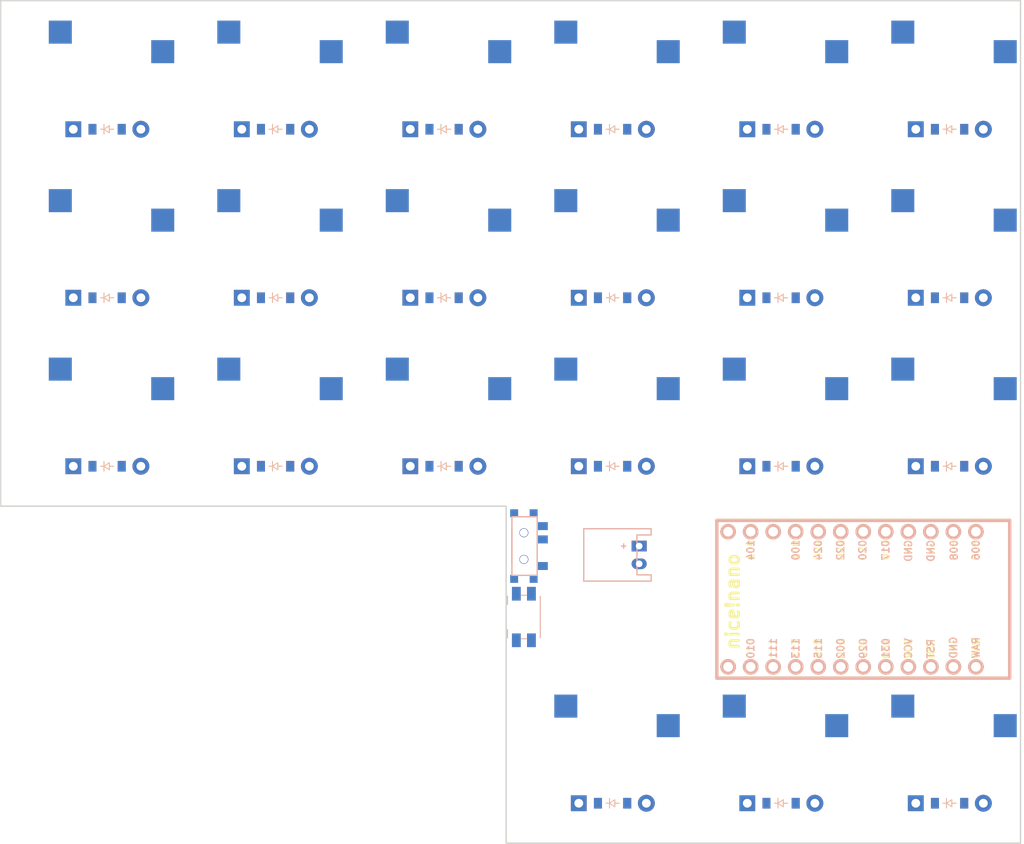
<source format=kicad_pcb>


(kicad_pcb (version 20171130) (host pcbnew 5.1.6)

  (page A3)
  (title_block
    (title "left")
    (rev "v1.0.0")
    (company "Unknown")
  )

  (general
    (thickness 1.6)
  )

  (layers
    (0 F.Cu signal)
    (31 B.Cu signal)
    (32 B.Adhes user)
    (33 F.Adhes user)
    (34 B.Paste user)
    (35 F.Paste user)
    (36 B.SilkS user)
    (37 F.SilkS user)
    (38 B.Mask user)
    (39 F.Mask user)
    (40 Dwgs.User user)
    (41 Cmts.User user)
    (42 Eco1.User user)
    (43 Eco2.User user)
    (44 Edge.Cuts user)
    (45 Margin user)
    (46 B.CrtYd user)
    (47 F.CrtYd user)
    (48 B.Fab user)
    (49 F.Fab user)
  )

  (setup
    (last_trace_width 0.25)
    (trace_clearance 0.2)
    (zone_clearance 0.508)
    (zone_45_only no)
    (trace_min 0.2)
    (via_size 0.8)
    (via_drill 0.4)
    (via_min_size 0.4)
    (via_min_drill 0.3)
    (uvia_size 0.3)
    (uvia_drill 0.1)
    (uvias_allowed no)
    (uvia_min_size 0.2)
    (uvia_min_drill 0.1)
    (edge_width 0.05)
    (segment_width 0.2)
    (pcb_text_width 0.3)
    (pcb_text_size 1.5 1.5)
    (mod_edge_width 0.12)
    (mod_text_size 1 1)
    (mod_text_width 0.15)
    (pad_size 1.524 1.524)
    (pad_drill 0.762)
    (pad_to_mask_clearance 0.05)
    (aux_axis_origin 0 0)
    (visible_elements FFFFFF7F)
    (pcbplotparams
      (layerselection 0x010fc_ffffffff)
      (usegerberextensions false)
      (usegerberattributes true)
      (usegerberadvancedattributes true)
      (creategerberjobfile true)
      (excludeedgelayer true)
      (linewidth 0.100000)
      (plotframeref false)
      (viasonmask false)
      (mode 1)
      (useauxorigin false)
      (hpglpennumber 1)
      (hpglpenspeed 20)
      (hpglpendiameter 15.000000)
      (psnegative false)
      (psa4output false)
      (plotreference true)
      (plotvalue true)
      (plotinvisibletext false)
      (padsonsilk false)
      (subtractmaskfromsilk false)
      (outputformat 1)
      (mirror false)
      (drillshape 1)
      (scaleselection 1)
      (outputdirectory ""))
  )

  (net 0 "")
(net 1 "P022")
(net 2 "outer_bottom")
(net 3 "outer_home")
(net 4 "outer_top")
(net 5 "P020")
(net 6 "pinky_bottom")
(net 7 "pinky_home")
(net 8 "pinky_top")
(net 9 "P017")
(net 10 "ring_bottom")
(net 11 "ring_home")
(net 12 "ring_top")
(net 13 "P113")
(net 14 "middle_thumb")
(net 15 "middle_bottom")
(net 16 "middle_home")
(net 17 "middle_top")
(net 18 "P111")
(net 19 "index_thumb")
(net 20 "index_bottom")
(net 21 "index_home")
(net 22 "index_top")
(net 23 "P115")
(net 24 "inner_thumb")
(net 25 "inner_bottom")
(net 26 "inner_home")
(net 27 "inner_top")
(net 28 "P011")
(net 29 "P100")
(net 30 "P024")
(net 31 "P010")
(net 32 "RAW")
(net 33 "GND")
(net 34 "RST")
(net 35 "VCC")
(net 36 "P031")
(net 37 "P029")
(net 38 "P002")
(net 39 "P009")
(net 40 "P006")
(net 41 "P008")
(net 42 "P104")
(net 43 "P106")
(net 44 "pos")

  (net_class Default "This is the default net class."
    (clearance 0.2)
    (trace_width 0.25)
    (via_dia 0.8)
    (via_drill 0.4)
    (uvia_dia 0.3)
    (uvia_drill 0.1)
    (add_net "")
(add_net "P022")
(add_net "outer_bottom")
(add_net "outer_home")
(add_net "outer_top")
(add_net "P020")
(add_net "pinky_bottom")
(add_net "pinky_home")
(add_net "pinky_top")
(add_net "P017")
(add_net "ring_bottom")
(add_net "ring_home")
(add_net "ring_top")
(add_net "P113")
(add_net "middle_thumb")
(add_net "middle_bottom")
(add_net "middle_home")
(add_net "middle_top")
(add_net "P111")
(add_net "index_thumb")
(add_net "index_bottom")
(add_net "index_home")
(add_net "index_top")
(add_net "P115")
(add_net "inner_thumb")
(add_net "inner_bottom")
(add_net "inner_home")
(add_net "inner_top")
(add_net "P011")
(add_net "P100")
(add_net "P024")
(add_net "P010")
(add_net "RAW")
(add_net "GND")
(add_net "RST")
(add_net "VCC")
(add_net "P031")
(add_net "P029")
(add_net "P002")
(add_net "P009")
(add_net "P006")
(add_net "P008")
(add_net "P104")
(add_net "P106")
(add_net "pos")
  )

  
        
      (module PG1350 (layer F.Cu) (tedit 5DD50112)
      (at 100 112 0)

      
      (fp_text reference "S1" (at 0 0) (layer F.SilkS) hide (effects (font (size 1.27 1.27) (thickness 0.15))))
      (fp_text value "" (at 0 0) (layer F.SilkS) hide (effects (font (size 1.27 1.27) (thickness 0.15))))

      
      (fp_line (start -7 -6) (end -7 -7) (layer Dwgs.User) (width 0.15))
      (fp_line (start -7 7) (end -6 7) (layer Dwgs.User) (width 0.15))
      (fp_line (start -6 -7) (end -7 -7) (layer Dwgs.User) (width 0.15))
      (fp_line (start -7 7) (end -7 6) (layer Dwgs.User) (width 0.15))
      (fp_line (start 7 6) (end 7 7) (layer Dwgs.User) (width 0.15))
      (fp_line (start 7 -7) (end 6 -7) (layer Dwgs.User) (width 0.15))
      (fp_line (start 6 7) (end 7 7) (layer Dwgs.User) (width 0.15))
      (fp_line (start 7 -7) (end 7 -6) (layer Dwgs.User) (width 0.15))      
      
      
      (pad "" np_thru_hole circle (at 0 0) (size 3.429 3.429) (drill 3.429) (layers *.Cu *.Mask))
        
      
      (pad "" np_thru_hole circle (at 5.5 0) (size 1.7018 1.7018) (drill 1.7018) (layers *.Cu *.Mask))
      (pad "" np_thru_hole circle (at -5.5 0) (size 1.7018 1.7018) (drill 1.7018) (layers *.Cu *.Mask))
      
        
      
      (fp_line (start -9 -8.5) (end 9 -8.5) (layer Dwgs.User) (width 0.15))
      (fp_line (start 9 -8.5) (end 9 8.5) (layer Dwgs.User) (width 0.15))
      (fp_line (start 9 8.5) (end -9 8.5) (layer Dwgs.User) (width 0.15))
      (fp_line (start -9 8.5) (end -9 -8.5) (layer Dwgs.User) (width 0.15))
      
        
          
          (pad "" np_thru_hole circle (at 5 -3.75) (size 3 3) (drill 3) (layers *.Cu *.Mask))
          (pad "" np_thru_hole circle (at 0 -5.95) (size 3 3) (drill 3) (layers *.Cu *.Mask))
      
          
          (pad 1 smd rect (at -3.275 -5.95 0) (size 2.6 2.6) (layers B.Cu B.Paste B.Mask)  (net 1 "P022"))
          (pad 2 smd rect (at 8.275 -3.75 0) (size 2.6 2.6) (layers B.Cu B.Paste B.Mask)  (net 2 "outer_bottom"))
        )
        

        
      (module PG1350 (layer F.Cu) (tedit 5DD50112)
      (at 100 93 0)

      
      (fp_text reference "S2" (at 0 0) (layer F.SilkS) hide (effects (font (size 1.27 1.27) (thickness 0.15))))
      (fp_text value "" (at 0 0) (layer F.SilkS) hide (effects (font (size 1.27 1.27) (thickness 0.15))))

      
      (fp_line (start -7 -6) (end -7 -7) (layer Dwgs.User) (width 0.15))
      (fp_line (start -7 7) (end -6 7) (layer Dwgs.User) (width 0.15))
      (fp_line (start -6 -7) (end -7 -7) (layer Dwgs.User) (width 0.15))
      (fp_line (start -7 7) (end -7 6) (layer Dwgs.User) (width 0.15))
      (fp_line (start 7 6) (end 7 7) (layer Dwgs.User) (width 0.15))
      (fp_line (start 7 -7) (end 6 -7) (layer Dwgs.User) (width 0.15))
      (fp_line (start 6 7) (end 7 7) (layer Dwgs.User) (width 0.15))
      (fp_line (start 7 -7) (end 7 -6) (layer Dwgs.User) (width 0.15))      
      
      
      (pad "" np_thru_hole circle (at 0 0) (size 3.429 3.429) (drill 3.429) (layers *.Cu *.Mask))
        
      
      (pad "" np_thru_hole circle (at 5.5 0) (size 1.7018 1.7018) (drill 1.7018) (layers *.Cu *.Mask))
      (pad "" np_thru_hole circle (at -5.5 0) (size 1.7018 1.7018) (drill 1.7018) (layers *.Cu *.Mask))
      
        
      
      (fp_line (start -9 -8.5) (end 9 -8.5) (layer Dwgs.User) (width 0.15))
      (fp_line (start 9 -8.5) (end 9 8.5) (layer Dwgs.User) (width 0.15))
      (fp_line (start 9 8.5) (end -9 8.5) (layer Dwgs.User) (width 0.15))
      (fp_line (start -9 8.5) (end -9 -8.5) (layer Dwgs.User) (width 0.15))
      
        
          
          (pad "" np_thru_hole circle (at 5 -3.75) (size 3 3) (drill 3) (layers *.Cu *.Mask))
          (pad "" np_thru_hole circle (at 0 -5.95) (size 3 3) (drill 3) (layers *.Cu *.Mask))
      
          
          (pad 1 smd rect (at -3.275 -5.95 0) (size 2.6 2.6) (layers B.Cu B.Paste B.Mask)  (net 1 "P022"))
          (pad 2 smd rect (at 8.275 -3.75 0) (size 2.6 2.6) (layers B.Cu B.Paste B.Mask)  (net 3 "outer_home"))
        )
        

        
      (module PG1350 (layer F.Cu) (tedit 5DD50112)
      (at 100 74 0)

      
      (fp_text reference "S3" (at 0 0) (layer F.SilkS) hide (effects (font (size 1.27 1.27) (thickness 0.15))))
      (fp_text value "" (at 0 0) (layer F.SilkS) hide (effects (font (size 1.27 1.27) (thickness 0.15))))

      
      (fp_line (start -7 -6) (end -7 -7) (layer Dwgs.User) (width 0.15))
      (fp_line (start -7 7) (end -6 7) (layer Dwgs.User) (width 0.15))
      (fp_line (start -6 -7) (end -7 -7) (layer Dwgs.User) (width 0.15))
      (fp_line (start -7 7) (end -7 6) (layer Dwgs.User) (width 0.15))
      (fp_line (start 7 6) (end 7 7) (layer Dwgs.User) (width 0.15))
      (fp_line (start 7 -7) (end 6 -7) (layer Dwgs.User) (width 0.15))
      (fp_line (start 6 7) (end 7 7) (layer Dwgs.User) (width 0.15))
      (fp_line (start 7 -7) (end 7 -6) (layer Dwgs.User) (width 0.15))      
      
      
      (pad "" np_thru_hole circle (at 0 0) (size 3.429 3.429) (drill 3.429) (layers *.Cu *.Mask))
        
      
      (pad "" np_thru_hole circle (at 5.5 0) (size 1.7018 1.7018) (drill 1.7018) (layers *.Cu *.Mask))
      (pad "" np_thru_hole circle (at -5.5 0) (size 1.7018 1.7018) (drill 1.7018) (layers *.Cu *.Mask))
      
        
      
      (fp_line (start -9 -8.5) (end 9 -8.5) (layer Dwgs.User) (width 0.15))
      (fp_line (start 9 -8.5) (end 9 8.5) (layer Dwgs.User) (width 0.15))
      (fp_line (start 9 8.5) (end -9 8.5) (layer Dwgs.User) (width 0.15))
      (fp_line (start -9 8.5) (end -9 -8.5) (layer Dwgs.User) (width 0.15))
      
        
          
          (pad "" np_thru_hole circle (at 5 -3.75) (size 3 3) (drill 3) (layers *.Cu *.Mask))
          (pad "" np_thru_hole circle (at 0 -5.95) (size 3 3) (drill 3) (layers *.Cu *.Mask))
      
          
          (pad 1 smd rect (at -3.275 -5.95 0) (size 2.6 2.6) (layers B.Cu B.Paste B.Mask)  (net 1 "P022"))
          (pad 2 smd rect (at 8.275 -3.75 0) (size 2.6 2.6) (layers B.Cu B.Paste B.Mask)  (net 4 "outer_top"))
        )
        

        
      (module PG1350 (layer F.Cu) (tedit 5DD50112)
      (at 119 112 0)

      
      (fp_text reference "S4" (at 0 0) (layer F.SilkS) hide (effects (font (size 1.27 1.27) (thickness 0.15))))
      (fp_text value "" (at 0 0) (layer F.SilkS) hide (effects (font (size 1.27 1.27) (thickness 0.15))))

      
      (fp_line (start -7 -6) (end -7 -7) (layer Dwgs.User) (width 0.15))
      (fp_line (start -7 7) (end -6 7) (layer Dwgs.User) (width 0.15))
      (fp_line (start -6 -7) (end -7 -7) (layer Dwgs.User) (width 0.15))
      (fp_line (start -7 7) (end -7 6) (layer Dwgs.User) (width 0.15))
      (fp_line (start 7 6) (end 7 7) (layer Dwgs.User) (width 0.15))
      (fp_line (start 7 -7) (end 6 -7) (layer Dwgs.User) (width 0.15))
      (fp_line (start 6 7) (end 7 7) (layer Dwgs.User) (width 0.15))
      (fp_line (start 7 -7) (end 7 -6) (layer Dwgs.User) (width 0.15))      
      
      
      (pad "" np_thru_hole circle (at 0 0) (size 3.429 3.429) (drill 3.429) (layers *.Cu *.Mask))
        
      
      (pad "" np_thru_hole circle (at 5.5 0) (size 1.7018 1.7018) (drill 1.7018) (layers *.Cu *.Mask))
      (pad "" np_thru_hole circle (at -5.5 0) (size 1.7018 1.7018) (drill 1.7018) (layers *.Cu *.Mask))
      
        
      
      (fp_line (start -9 -8.5) (end 9 -8.5) (layer Dwgs.User) (width 0.15))
      (fp_line (start 9 -8.5) (end 9 8.5) (layer Dwgs.User) (width 0.15))
      (fp_line (start 9 8.5) (end -9 8.5) (layer Dwgs.User) (width 0.15))
      (fp_line (start -9 8.5) (end -9 -8.5) (layer Dwgs.User) (width 0.15))
      
        
          
          (pad "" np_thru_hole circle (at 5 -3.75) (size 3 3) (drill 3) (layers *.Cu *.Mask))
          (pad "" np_thru_hole circle (at 0 -5.95) (size 3 3) (drill 3) (layers *.Cu *.Mask))
      
          
          (pad 1 smd rect (at -3.275 -5.95 0) (size 2.6 2.6) (layers B.Cu B.Paste B.Mask)  (net 5 "P020"))
          (pad 2 smd rect (at 8.275 -3.75 0) (size 2.6 2.6) (layers B.Cu B.Paste B.Mask)  (net 6 "pinky_bottom"))
        )
        

        
      (module PG1350 (layer F.Cu) (tedit 5DD50112)
      (at 119 93 0)

      
      (fp_text reference "S5" (at 0 0) (layer F.SilkS) hide (effects (font (size 1.27 1.27) (thickness 0.15))))
      (fp_text value "" (at 0 0) (layer F.SilkS) hide (effects (font (size 1.27 1.27) (thickness 0.15))))

      
      (fp_line (start -7 -6) (end -7 -7) (layer Dwgs.User) (width 0.15))
      (fp_line (start -7 7) (end -6 7) (layer Dwgs.User) (width 0.15))
      (fp_line (start -6 -7) (end -7 -7) (layer Dwgs.User) (width 0.15))
      (fp_line (start -7 7) (end -7 6) (layer Dwgs.User) (width 0.15))
      (fp_line (start 7 6) (end 7 7) (layer Dwgs.User) (width 0.15))
      (fp_line (start 7 -7) (end 6 -7) (layer Dwgs.User) (width 0.15))
      (fp_line (start 6 7) (end 7 7) (layer Dwgs.User) (width 0.15))
      (fp_line (start 7 -7) (end 7 -6) (layer Dwgs.User) (width 0.15))      
      
      
      (pad "" np_thru_hole circle (at 0 0) (size 3.429 3.429) (drill 3.429) (layers *.Cu *.Mask))
        
      
      (pad "" np_thru_hole circle (at 5.5 0) (size 1.7018 1.7018) (drill 1.7018) (layers *.Cu *.Mask))
      (pad "" np_thru_hole circle (at -5.5 0) (size 1.7018 1.7018) (drill 1.7018) (layers *.Cu *.Mask))
      
        
      
      (fp_line (start -9 -8.5) (end 9 -8.5) (layer Dwgs.User) (width 0.15))
      (fp_line (start 9 -8.5) (end 9 8.5) (layer Dwgs.User) (width 0.15))
      (fp_line (start 9 8.5) (end -9 8.5) (layer Dwgs.User) (width 0.15))
      (fp_line (start -9 8.5) (end -9 -8.5) (layer Dwgs.User) (width 0.15))
      
        
          
          (pad "" np_thru_hole circle (at 5 -3.75) (size 3 3) (drill 3) (layers *.Cu *.Mask))
          (pad "" np_thru_hole circle (at 0 -5.95) (size 3 3) (drill 3) (layers *.Cu *.Mask))
      
          
          (pad 1 smd rect (at -3.275 -5.95 0) (size 2.6 2.6) (layers B.Cu B.Paste B.Mask)  (net 5 "P020"))
          (pad 2 smd rect (at 8.275 -3.75 0) (size 2.6 2.6) (layers B.Cu B.Paste B.Mask)  (net 7 "pinky_home"))
        )
        

        
      (module PG1350 (layer F.Cu) (tedit 5DD50112)
      (at 119 74 0)

      
      (fp_text reference "S6" (at 0 0) (layer F.SilkS) hide (effects (font (size 1.27 1.27) (thickness 0.15))))
      (fp_text value "" (at 0 0) (layer F.SilkS) hide (effects (font (size 1.27 1.27) (thickness 0.15))))

      
      (fp_line (start -7 -6) (end -7 -7) (layer Dwgs.User) (width 0.15))
      (fp_line (start -7 7) (end -6 7) (layer Dwgs.User) (width 0.15))
      (fp_line (start -6 -7) (end -7 -7) (layer Dwgs.User) (width 0.15))
      (fp_line (start -7 7) (end -7 6) (layer Dwgs.User) (width 0.15))
      (fp_line (start 7 6) (end 7 7) (layer Dwgs.User) (width 0.15))
      (fp_line (start 7 -7) (end 6 -7) (layer Dwgs.User) (width 0.15))
      (fp_line (start 6 7) (end 7 7) (layer Dwgs.User) (width 0.15))
      (fp_line (start 7 -7) (end 7 -6) (layer Dwgs.User) (width 0.15))      
      
      
      (pad "" np_thru_hole circle (at 0 0) (size 3.429 3.429) (drill 3.429) (layers *.Cu *.Mask))
        
      
      (pad "" np_thru_hole circle (at 5.5 0) (size 1.7018 1.7018) (drill 1.7018) (layers *.Cu *.Mask))
      (pad "" np_thru_hole circle (at -5.5 0) (size 1.7018 1.7018) (drill 1.7018) (layers *.Cu *.Mask))
      
        
      
      (fp_line (start -9 -8.5) (end 9 -8.5) (layer Dwgs.User) (width 0.15))
      (fp_line (start 9 -8.5) (end 9 8.5) (layer Dwgs.User) (width 0.15))
      (fp_line (start 9 8.5) (end -9 8.5) (layer Dwgs.User) (width 0.15))
      (fp_line (start -9 8.5) (end -9 -8.5) (layer Dwgs.User) (width 0.15))
      
        
          
          (pad "" np_thru_hole circle (at 5 -3.75) (size 3 3) (drill 3) (layers *.Cu *.Mask))
          (pad "" np_thru_hole circle (at 0 -5.95) (size 3 3) (drill 3) (layers *.Cu *.Mask))
      
          
          (pad 1 smd rect (at -3.275 -5.95 0) (size 2.6 2.6) (layers B.Cu B.Paste B.Mask)  (net 5 "P020"))
          (pad 2 smd rect (at 8.275 -3.75 0) (size 2.6 2.6) (layers B.Cu B.Paste B.Mask)  (net 8 "pinky_top"))
        )
        

        
      (module PG1350 (layer F.Cu) (tedit 5DD50112)
      (at 138 112 0)

      
      (fp_text reference "S7" (at 0 0) (layer F.SilkS) hide (effects (font (size 1.27 1.27) (thickness 0.15))))
      (fp_text value "" (at 0 0) (layer F.SilkS) hide (effects (font (size 1.27 1.27) (thickness 0.15))))

      
      (fp_line (start -7 -6) (end -7 -7) (layer Dwgs.User) (width 0.15))
      (fp_line (start -7 7) (end -6 7) (layer Dwgs.User) (width 0.15))
      (fp_line (start -6 -7) (end -7 -7) (layer Dwgs.User) (width 0.15))
      (fp_line (start -7 7) (end -7 6) (layer Dwgs.User) (width 0.15))
      (fp_line (start 7 6) (end 7 7) (layer Dwgs.User) (width 0.15))
      (fp_line (start 7 -7) (end 6 -7) (layer Dwgs.User) (width 0.15))
      (fp_line (start 6 7) (end 7 7) (layer Dwgs.User) (width 0.15))
      (fp_line (start 7 -7) (end 7 -6) (layer Dwgs.User) (width 0.15))      
      
      
      (pad "" np_thru_hole circle (at 0 0) (size 3.429 3.429) (drill 3.429) (layers *.Cu *.Mask))
        
      
      (pad "" np_thru_hole circle (at 5.5 0) (size 1.7018 1.7018) (drill 1.7018) (layers *.Cu *.Mask))
      (pad "" np_thru_hole circle (at -5.5 0) (size 1.7018 1.7018) (drill 1.7018) (layers *.Cu *.Mask))
      
        
      
      (fp_line (start -9 -8.5) (end 9 -8.5) (layer Dwgs.User) (width 0.15))
      (fp_line (start 9 -8.5) (end 9 8.5) (layer Dwgs.User) (width 0.15))
      (fp_line (start 9 8.5) (end -9 8.5) (layer Dwgs.User) (width 0.15))
      (fp_line (start -9 8.5) (end -9 -8.5) (layer Dwgs.User) (width 0.15))
      
        
          
          (pad "" np_thru_hole circle (at 5 -3.75) (size 3 3) (drill 3) (layers *.Cu *.Mask))
          (pad "" np_thru_hole circle (at 0 -5.95) (size 3 3) (drill 3) (layers *.Cu *.Mask))
      
          
          (pad 1 smd rect (at -3.275 -5.95 0) (size 2.6 2.6) (layers B.Cu B.Paste B.Mask)  (net 9 "P017"))
          (pad 2 smd rect (at 8.275 -3.75 0) (size 2.6 2.6) (layers B.Cu B.Paste B.Mask)  (net 10 "ring_bottom"))
        )
        

        
      (module PG1350 (layer F.Cu) (tedit 5DD50112)
      (at 138 93 0)

      
      (fp_text reference "S8" (at 0 0) (layer F.SilkS) hide (effects (font (size 1.27 1.27) (thickness 0.15))))
      (fp_text value "" (at 0 0) (layer F.SilkS) hide (effects (font (size 1.27 1.27) (thickness 0.15))))

      
      (fp_line (start -7 -6) (end -7 -7) (layer Dwgs.User) (width 0.15))
      (fp_line (start -7 7) (end -6 7) (layer Dwgs.User) (width 0.15))
      (fp_line (start -6 -7) (end -7 -7) (layer Dwgs.User) (width 0.15))
      (fp_line (start -7 7) (end -7 6) (layer Dwgs.User) (width 0.15))
      (fp_line (start 7 6) (end 7 7) (layer Dwgs.User) (width 0.15))
      (fp_line (start 7 -7) (end 6 -7) (layer Dwgs.User) (width 0.15))
      (fp_line (start 6 7) (end 7 7) (layer Dwgs.User) (width 0.15))
      (fp_line (start 7 -7) (end 7 -6) (layer Dwgs.User) (width 0.15))      
      
      
      (pad "" np_thru_hole circle (at 0 0) (size 3.429 3.429) (drill 3.429) (layers *.Cu *.Mask))
        
      
      (pad "" np_thru_hole circle (at 5.5 0) (size 1.7018 1.7018) (drill 1.7018) (layers *.Cu *.Mask))
      (pad "" np_thru_hole circle (at -5.5 0) (size 1.7018 1.7018) (drill 1.7018) (layers *.Cu *.Mask))
      
        
      
      (fp_line (start -9 -8.5) (end 9 -8.5) (layer Dwgs.User) (width 0.15))
      (fp_line (start 9 -8.5) (end 9 8.5) (layer Dwgs.User) (width 0.15))
      (fp_line (start 9 8.5) (end -9 8.5) (layer Dwgs.User) (width 0.15))
      (fp_line (start -9 8.5) (end -9 -8.5) (layer Dwgs.User) (width 0.15))
      
        
          
          (pad "" np_thru_hole circle (at 5 -3.75) (size 3 3) (drill 3) (layers *.Cu *.Mask))
          (pad "" np_thru_hole circle (at 0 -5.95) (size 3 3) (drill 3) (layers *.Cu *.Mask))
      
          
          (pad 1 smd rect (at -3.275 -5.95 0) (size 2.6 2.6) (layers B.Cu B.Paste B.Mask)  (net 9 "P017"))
          (pad 2 smd rect (at 8.275 -3.75 0) (size 2.6 2.6) (layers B.Cu B.Paste B.Mask)  (net 11 "ring_home"))
        )
        

        
      (module PG1350 (layer F.Cu) (tedit 5DD50112)
      (at 138 74 0)

      
      (fp_text reference "S9" (at 0 0) (layer F.SilkS) hide (effects (font (size 1.27 1.27) (thickness 0.15))))
      (fp_text value "" (at 0 0) (layer F.SilkS) hide (effects (font (size 1.27 1.27) (thickness 0.15))))

      
      (fp_line (start -7 -6) (end -7 -7) (layer Dwgs.User) (width 0.15))
      (fp_line (start -7 7) (end -6 7) (layer Dwgs.User) (width 0.15))
      (fp_line (start -6 -7) (end -7 -7) (layer Dwgs.User) (width 0.15))
      (fp_line (start -7 7) (end -7 6) (layer Dwgs.User) (width 0.15))
      (fp_line (start 7 6) (end 7 7) (layer Dwgs.User) (width 0.15))
      (fp_line (start 7 -7) (end 6 -7) (layer Dwgs.User) (width 0.15))
      (fp_line (start 6 7) (end 7 7) (layer Dwgs.User) (width 0.15))
      (fp_line (start 7 -7) (end 7 -6) (layer Dwgs.User) (width 0.15))      
      
      
      (pad "" np_thru_hole circle (at 0 0) (size 3.429 3.429) (drill 3.429) (layers *.Cu *.Mask))
        
      
      (pad "" np_thru_hole circle (at 5.5 0) (size 1.7018 1.7018) (drill 1.7018) (layers *.Cu *.Mask))
      (pad "" np_thru_hole circle (at -5.5 0) (size 1.7018 1.7018) (drill 1.7018) (layers *.Cu *.Mask))
      
        
      
      (fp_line (start -9 -8.5) (end 9 -8.5) (layer Dwgs.User) (width 0.15))
      (fp_line (start 9 -8.5) (end 9 8.5) (layer Dwgs.User) (width 0.15))
      (fp_line (start 9 8.5) (end -9 8.5) (layer Dwgs.User) (width 0.15))
      (fp_line (start -9 8.5) (end -9 -8.5) (layer Dwgs.User) (width 0.15))
      
        
          
          (pad "" np_thru_hole circle (at 5 -3.75) (size 3 3) (drill 3) (layers *.Cu *.Mask))
          (pad "" np_thru_hole circle (at 0 -5.95) (size 3 3) (drill 3) (layers *.Cu *.Mask))
      
          
          (pad 1 smd rect (at -3.275 -5.95 0) (size 2.6 2.6) (layers B.Cu B.Paste B.Mask)  (net 9 "P017"))
          (pad 2 smd rect (at 8.275 -3.75 0) (size 2.6 2.6) (layers B.Cu B.Paste B.Mask)  (net 12 "ring_top"))
        )
        

        
      (module PG1350 (layer F.Cu) (tedit 5DD50112)
      (at 157 150 0)

      
      (fp_text reference "S10" (at 0 0) (layer F.SilkS) hide (effects (font (size 1.27 1.27) (thickness 0.15))))
      (fp_text value "" (at 0 0) (layer F.SilkS) hide (effects (font (size 1.27 1.27) (thickness 0.15))))

      
      (fp_line (start -7 -6) (end -7 -7) (layer Dwgs.User) (width 0.15))
      (fp_line (start -7 7) (end -6 7) (layer Dwgs.User) (width 0.15))
      (fp_line (start -6 -7) (end -7 -7) (layer Dwgs.User) (width 0.15))
      (fp_line (start -7 7) (end -7 6) (layer Dwgs.User) (width 0.15))
      (fp_line (start 7 6) (end 7 7) (layer Dwgs.User) (width 0.15))
      (fp_line (start 7 -7) (end 6 -7) (layer Dwgs.User) (width 0.15))
      (fp_line (start 6 7) (end 7 7) (layer Dwgs.User) (width 0.15))
      (fp_line (start 7 -7) (end 7 -6) (layer Dwgs.User) (width 0.15))      
      
      
      (pad "" np_thru_hole circle (at 0 0) (size 3.429 3.429) (drill 3.429) (layers *.Cu *.Mask))
        
      
      (pad "" np_thru_hole circle (at 5.5 0) (size 1.7018 1.7018) (drill 1.7018) (layers *.Cu *.Mask))
      (pad "" np_thru_hole circle (at -5.5 0) (size 1.7018 1.7018) (drill 1.7018) (layers *.Cu *.Mask))
      
        
      
      (fp_line (start -9 -8.5) (end 9 -8.5) (layer Dwgs.User) (width 0.15))
      (fp_line (start 9 -8.5) (end 9 8.5) (layer Dwgs.User) (width 0.15))
      (fp_line (start 9 8.5) (end -9 8.5) (layer Dwgs.User) (width 0.15))
      (fp_line (start -9 8.5) (end -9 -8.5) (layer Dwgs.User) (width 0.15))
      
        
          
          (pad "" np_thru_hole circle (at 5 -3.75) (size 3 3) (drill 3) (layers *.Cu *.Mask))
          (pad "" np_thru_hole circle (at 0 -5.95) (size 3 3) (drill 3) (layers *.Cu *.Mask))
      
          
          (pad 1 smd rect (at -3.275 -5.95 0) (size 2.6 2.6) (layers B.Cu B.Paste B.Mask)  (net 13 "P113"))
          (pad 2 smd rect (at 8.275 -3.75 0) (size 2.6 2.6) (layers B.Cu B.Paste B.Mask)  (net 14 "middle_thumb"))
        )
        

        
      (module PG1350 (layer F.Cu) (tedit 5DD50112)
      (at 157 112 0)

      
      (fp_text reference "S11" (at 0 0) (layer F.SilkS) hide (effects (font (size 1.27 1.27) (thickness 0.15))))
      (fp_text value "" (at 0 0) (layer F.SilkS) hide (effects (font (size 1.27 1.27) (thickness 0.15))))

      
      (fp_line (start -7 -6) (end -7 -7) (layer Dwgs.User) (width 0.15))
      (fp_line (start -7 7) (end -6 7) (layer Dwgs.User) (width 0.15))
      (fp_line (start -6 -7) (end -7 -7) (layer Dwgs.User) (width 0.15))
      (fp_line (start -7 7) (end -7 6) (layer Dwgs.User) (width 0.15))
      (fp_line (start 7 6) (end 7 7) (layer Dwgs.User) (width 0.15))
      (fp_line (start 7 -7) (end 6 -7) (layer Dwgs.User) (width 0.15))
      (fp_line (start 6 7) (end 7 7) (layer Dwgs.User) (width 0.15))
      (fp_line (start 7 -7) (end 7 -6) (layer Dwgs.User) (width 0.15))      
      
      
      (pad "" np_thru_hole circle (at 0 0) (size 3.429 3.429) (drill 3.429) (layers *.Cu *.Mask))
        
      
      (pad "" np_thru_hole circle (at 5.5 0) (size 1.7018 1.7018) (drill 1.7018) (layers *.Cu *.Mask))
      (pad "" np_thru_hole circle (at -5.5 0) (size 1.7018 1.7018) (drill 1.7018) (layers *.Cu *.Mask))
      
        
      
      (fp_line (start -9 -8.5) (end 9 -8.5) (layer Dwgs.User) (width 0.15))
      (fp_line (start 9 -8.5) (end 9 8.5) (layer Dwgs.User) (width 0.15))
      (fp_line (start 9 8.5) (end -9 8.5) (layer Dwgs.User) (width 0.15))
      (fp_line (start -9 8.5) (end -9 -8.5) (layer Dwgs.User) (width 0.15))
      
        
          
          (pad "" np_thru_hole circle (at 5 -3.75) (size 3 3) (drill 3) (layers *.Cu *.Mask))
          (pad "" np_thru_hole circle (at 0 -5.95) (size 3 3) (drill 3) (layers *.Cu *.Mask))
      
          
          (pad 1 smd rect (at -3.275 -5.95 0) (size 2.6 2.6) (layers B.Cu B.Paste B.Mask)  (net 13 "P113"))
          (pad 2 smd rect (at 8.275 -3.75 0) (size 2.6 2.6) (layers B.Cu B.Paste B.Mask)  (net 15 "middle_bottom"))
        )
        

        
      (module PG1350 (layer F.Cu) (tedit 5DD50112)
      (at 157 93 0)

      
      (fp_text reference "S12" (at 0 0) (layer F.SilkS) hide (effects (font (size 1.27 1.27) (thickness 0.15))))
      (fp_text value "" (at 0 0) (layer F.SilkS) hide (effects (font (size 1.27 1.27) (thickness 0.15))))

      
      (fp_line (start -7 -6) (end -7 -7) (layer Dwgs.User) (width 0.15))
      (fp_line (start -7 7) (end -6 7) (layer Dwgs.User) (width 0.15))
      (fp_line (start -6 -7) (end -7 -7) (layer Dwgs.User) (width 0.15))
      (fp_line (start -7 7) (end -7 6) (layer Dwgs.User) (width 0.15))
      (fp_line (start 7 6) (end 7 7) (layer Dwgs.User) (width 0.15))
      (fp_line (start 7 -7) (end 6 -7) (layer Dwgs.User) (width 0.15))
      (fp_line (start 6 7) (end 7 7) (layer Dwgs.User) (width 0.15))
      (fp_line (start 7 -7) (end 7 -6) (layer Dwgs.User) (width 0.15))      
      
      
      (pad "" np_thru_hole circle (at 0 0) (size 3.429 3.429) (drill 3.429) (layers *.Cu *.Mask))
        
      
      (pad "" np_thru_hole circle (at 5.5 0) (size 1.7018 1.7018) (drill 1.7018) (layers *.Cu *.Mask))
      (pad "" np_thru_hole circle (at -5.5 0) (size 1.7018 1.7018) (drill 1.7018) (layers *.Cu *.Mask))
      
        
      
      (fp_line (start -9 -8.5) (end 9 -8.5) (layer Dwgs.User) (width 0.15))
      (fp_line (start 9 -8.5) (end 9 8.5) (layer Dwgs.User) (width 0.15))
      (fp_line (start 9 8.5) (end -9 8.5) (layer Dwgs.User) (width 0.15))
      (fp_line (start -9 8.5) (end -9 -8.5) (layer Dwgs.User) (width 0.15))
      
        
          
          (pad "" np_thru_hole circle (at 5 -3.75) (size 3 3) (drill 3) (layers *.Cu *.Mask))
          (pad "" np_thru_hole circle (at 0 -5.95) (size 3 3) (drill 3) (layers *.Cu *.Mask))
      
          
          (pad 1 smd rect (at -3.275 -5.95 0) (size 2.6 2.6) (layers B.Cu B.Paste B.Mask)  (net 13 "P113"))
          (pad 2 smd rect (at 8.275 -3.75 0) (size 2.6 2.6) (layers B.Cu B.Paste B.Mask)  (net 16 "middle_home"))
        )
        

        
      (module PG1350 (layer F.Cu) (tedit 5DD50112)
      (at 157 74 0)

      
      (fp_text reference "S13" (at 0 0) (layer F.SilkS) hide (effects (font (size 1.27 1.27) (thickness 0.15))))
      (fp_text value "" (at 0 0) (layer F.SilkS) hide (effects (font (size 1.27 1.27) (thickness 0.15))))

      
      (fp_line (start -7 -6) (end -7 -7) (layer Dwgs.User) (width 0.15))
      (fp_line (start -7 7) (end -6 7) (layer Dwgs.User) (width 0.15))
      (fp_line (start -6 -7) (end -7 -7) (layer Dwgs.User) (width 0.15))
      (fp_line (start -7 7) (end -7 6) (layer Dwgs.User) (width 0.15))
      (fp_line (start 7 6) (end 7 7) (layer Dwgs.User) (width 0.15))
      (fp_line (start 7 -7) (end 6 -7) (layer Dwgs.User) (width 0.15))
      (fp_line (start 6 7) (end 7 7) (layer Dwgs.User) (width 0.15))
      (fp_line (start 7 -7) (end 7 -6) (layer Dwgs.User) (width 0.15))      
      
      
      (pad "" np_thru_hole circle (at 0 0) (size 3.429 3.429) (drill 3.429) (layers *.Cu *.Mask))
        
      
      (pad "" np_thru_hole circle (at 5.5 0) (size 1.7018 1.7018) (drill 1.7018) (layers *.Cu *.Mask))
      (pad "" np_thru_hole circle (at -5.5 0) (size 1.7018 1.7018) (drill 1.7018) (layers *.Cu *.Mask))
      
        
      
      (fp_line (start -9 -8.5) (end 9 -8.5) (layer Dwgs.User) (width 0.15))
      (fp_line (start 9 -8.5) (end 9 8.5) (layer Dwgs.User) (width 0.15))
      (fp_line (start 9 8.5) (end -9 8.5) (layer Dwgs.User) (width 0.15))
      (fp_line (start -9 8.5) (end -9 -8.5) (layer Dwgs.User) (width 0.15))
      
        
          
          (pad "" np_thru_hole circle (at 5 -3.75) (size 3 3) (drill 3) (layers *.Cu *.Mask))
          (pad "" np_thru_hole circle (at 0 -5.95) (size 3 3) (drill 3) (layers *.Cu *.Mask))
      
          
          (pad 1 smd rect (at -3.275 -5.95 0) (size 2.6 2.6) (layers B.Cu B.Paste B.Mask)  (net 13 "P113"))
          (pad 2 smd rect (at 8.275 -3.75 0) (size 2.6 2.6) (layers B.Cu B.Paste B.Mask)  (net 17 "middle_top"))
        )
        

        
      (module PG1350 (layer F.Cu) (tedit 5DD50112)
      (at 176 150 0)

      
      (fp_text reference "S14" (at 0 0) (layer F.SilkS) hide (effects (font (size 1.27 1.27) (thickness 0.15))))
      (fp_text value "" (at 0 0) (layer F.SilkS) hide (effects (font (size 1.27 1.27) (thickness 0.15))))

      
      (fp_line (start -7 -6) (end -7 -7) (layer Dwgs.User) (width 0.15))
      (fp_line (start -7 7) (end -6 7) (layer Dwgs.User) (width 0.15))
      (fp_line (start -6 -7) (end -7 -7) (layer Dwgs.User) (width 0.15))
      (fp_line (start -7 7) (end -7 6) (layer Dwgs.User) (width 0.15))
      (fp_line (start 7 6) (end 7 7) (layer Dwgs.User) (width 0.15))
      (fp_line (start 7 -7) (end 6 -7) (layer Dwgs.User) (width 0.15))
      (fp_line (start 6 7) (end 7 7) (layer Dwgs.User) (width 0.15))
      (fp_line (start 7 -7) (end 7 -6) (layer Dwgs.User) (width 0.15))      
      
      
      (pad "" np_thru_hole circle (at 0 0) (size 3.429 3.429) (drill 3.429) (layers *.Cu *.Mask))
        
      
      (pad "" np_thru_hole circle (at 5.5 0) (size 1.7018 1.7018) (drill 1.7018) (layers *.Cu *.Mask))
      (pad "" np_thru_hole circle (at -5.5 0) (size 1.7018 1.7018) (drill 1.7018) (layers *.Cu *.Mask))
      
        
      
      (fp_line (start -9 -8.5) (end 9 -8.5) (layer Dwgs.User) (width 0.15))
      (fp_line (start 9 -8.5) (end 9 8.5) (layer Dwgs.User) (width 0.15))
      (fp_line (start 9 8.5) (end -9 8.5) (layer Dwgs.User) (width 0.15))
      (fp_line (start -9 8.5) (end -9 -8.5) (layer Dwgs.User) (width 0.15))
      
        
          
          (pad "" np_thru_hole circle (at 5 -3.75) (size 3 3) (drill 3) (layers *.Cu *.Mask))
          (pad "" np_thru_hole circle (at 0 -5.95) (size 3 3) (drill 3) (layers *.Cu *.Mask))
      
          
          (pad 1 smd rect (at -3.275 -5.95 0) (size 2.6 2.6) (layers B.Cu B.Paste B.Mask)  (net 18 "P111"))
          (pad 2 smd rect (at 8.275 -3.75 0) (size 2.6 2.6) (layers B.Cu B.Paste B.Mask)  (net 19 "index_thumb"))
        )
        

        
      (module PG1350 (layer F.Cu) (tedit 5DD50112)
      (at 176 112 0)

      
      (fp_text reference "S15" (at 0 0) (layer F.SilkS) hide (effects (font (size 1.27 1.27) (thickness 0.15))))
      (fp_text value "" (at 0 0) (layer F.SilkS) hide (effects (font (size 1.27 1.27) (thickness 0.15))))

      
      (fp_line (start -7 -6) (end -7 -7) (layer Dwgs.User) (width 0.15))
      (fp_line (start -7 7) (end -6 7) (layer Dwgs.User) (width 0.15))
      (fp_line (start -6 -7) (end -7 -7) (layer Dwgs.User) (width 0.15))
      (fp_line (start -7 7) (end -7 6) (layer Dwgs.User) (width 0.15))
      (fp_line (start 7 6) (end 7 7) (layer Dwgs.User) (width 0.15))
      (fp_line (start 7 -7) (end 6 -7) (layer Dwgs.User) (width 0.15))
      (fp_line (start 6 7) (end 7 7) (layer Dwgs.User) (width 0.15))
      (fp_line (start 7 -7) (end 7 -6) (layer Dwgs.User) (width 0.15))      
      
      
      (pad "" np_thru_hole circle (at 0 0) (size 3.429 3.429) (drill 3.429) (layers *.Cu *.Mask))
        
      
      (pad "" np_thru_hole circle (at 5.5 0) (size 1.7018 1.7018) (drill 1.7018) (layers *.Cu *.Mask))
      (pad "" np_thru_hole circle (at -5.5 0) (size 1.7018 1.7018) (drill 1.7018) (layers *.Cu *.Mask))
      
        
      
      (fp_line (start -9 -8.5) (end 9 -8.5) (layer Dwgs.User) (width 0.15))
      (fp_line (start 9 -8.5) (end 9 8.5) (layer Dwgs.User) (width 0.15))
      (fp_line (start 9 8.5) (end -9 8.5) (layer Dwgs.User) (width 0.15))
      (fp_line (start -9 8.5) (end -9 -8.5) (layer Dwgs.User) (width 0.15))
      
        
          
          (pad "" np_thru_hole circle (at 5 -3.75) (size 3 3) (drill 3) (layers *.Cu *.Mask))
          (pad "" np_thru_hole circle (at 0 -5.95) (size 3 3) (drill 3) (layers *.Cu *.Mask))
      
          
          (pad 1 smd rect (at -3.275 -5.95 0) (size 2.6 2.6) (layers B.Cu B.Paste B.Mask)  (net 18 "P111"))
          (pad 2 smd rect (at 8.275 -3.75 0) (size 2.6 2.6) (layers B.Cu B.Paste B.Mask)  (net 20 "index_bottom"))
        )
        

        
      (module PG1350 (layer F.Cu) (tedit 5DD50112)
      (at 176 93 0)

      
      (fp_text reference "S16" (at 0 0) (layer F.SilkS) hide (effects (font (size 1.27 1.27) (thickness 0.15))))
      (fp_text value "" (at 0 0) (layer F.SilkS) hide (effects (font (size 1.27 1.27) (thickness 0.15))))

      
      (fp_line (start -7 -6) (end -7 -7) (layer Dwgs.User) (width 0.15))
      (fp_line (start -7 7) (end -6 7) (layer Dwgs.User) (width 0.15))
      (fp_line (start -6 -7) (end -7 -7) (layer Dwgs.User) (width 0.15))
      (fp_line (start -7 7) (end -7 6) (layer Dwgs.User) (width 0.15))
      (fp_line (start 7 6) (end 7 7) (layer Dwgs.User) (width 0.15))
      (fp_line (start 7 -7) (end 6 -7) (layer Dwgs.User) (width 0.15))
      (fp_line (start 6 7) (end 7 7) (layer Dwgs.User) (width 0.15))
      (fp_line (start 7 -7) (end 7 -6) (layer Dwgs.User) (width 0.15))      
      
      
      (pad "" np_thru_hole circle (at 0 0) (size 3.429 3.429) (drill 3.429) (layers *.Cu *.Mask))
        
      
      (pad "" np_thru_hole circle (at 5.5 0) (size 1.7018 1.7018) (drill 1.7018) (layers *.Cu *.Mask))
      (pad "" np_thru_hole circle (at -5.5 0) (size 1.7018 1.7018) (drill 1.7018) (layers *.Cu *.Mask))
      
        
      
      (fp_line (start -9 -8.5) (end 9 -8.5) (layer Dwgs.User) (width 0.15))
      (fp_line (start 9 -8.5) (end 9 8.5) (layer Dwgs.User) (width 0.15))
      (fp_line (start 9 8.5) (end -9 8.5) (layer Dwgs.User) (width 0.15))
      (fp_line (start -9 8.5) (end -9 -8.5) (layer Dwgs.User) (width 0.15))
      
        
          
          (pad "" np_thru_hole circle (at 5 -3.75) (size 3 3) (drill 3) (layers *.Cu *.Mask))
          (pad "" np_thru_hole circle (at 0 -5.95) (size 3 3) (drill 3) (layers *.Cu *.Mask))
      
          
          (pad 1 smd rect (at -3.275 -5.95 0) (size 2.6 2.6) (layers B.Cu B.Paste B.Mask)  (net 18 "P111"))
          (pad 2 smd rect (at 8.275 -3.75 0) (size 2.6 2.6) (layers B.Cu B.Paste B.Mask)  (net 21 "index_home"))
        )
        

        
      (module PG1350 (layer F.Cu) (tedit 5DD50112)
      (at 176 74 0)

      
      (fp_text reference "S17" (at 0 0) (layer F.SilkS) hide (effects (font (size 1.27 1.27) (thickness 0.15))))
      (fp_text value "" (at 0 0) (layer F.SilkS) hide (effects (font (size 1.27 1.27) (thickness 0.15))))

      
      (fp_line (start -7 -6) (end -7 -7) (layer Dwgs.User) (width 0.15))
      (fp_line (start -7 7) (end -6 7) (layer Dwgs.User) (width 0.15))
      (fp_line (start -6 -7) (end -7 -7) (layer Dwgs.User) (width 0.15))
      (fp_line (start -7 7) (end -7 6) (layer Dwgs.User) (width 0.15))
      (fp_line (start 7 6) (end 7 7) (layer Dwgs.User) (width 0.15))
      (fp_line (start 7 -7) (end 6 -7) (layer Dwgs.User) (width 0.15))
      (fp_line (start 6 7) (end 7 7) (layer Dwgs.User) (width 0.15))
      (fp_line (start 7 -7) (end 7 -6) (layer Dwgs.User) (width 0.15))      
      
      
      (pad "" np_thru_hole circle (at 0 0) (size 3.429 3.429) (drill 3.429) (layers *.Cu *.Mask))
        
      
      (pad "" np_thru_hole circle (at 5.5 0) (size 1.7018 1.7018) (drill 1.7018) (layers *.Cu *.Mask))
      (pad "" np_thru_hole circle (at -5.5 0) (size 1.7018 1.7018) (drill 1.7018) (layers *.Cu *.Mask))
      
        
      
      (fp_line (start -9 -8.5) (end 9 -8.5) (layer Dwgs.User) (width 0.15))
      (fp_line (start 9 -8.5) (end 9 8.5) (layer Dwgs.User) (width 0.15))
      (fp_line (start 9 8.5) (end -9 8.5) (layer Dwgs.User) (width 0.15))
      (fp_line (start -9 8.5) (end -9 -8.5) (layer Dwgs.User) (width 0.15))
      
        
          
          (pad "" np_thru_hole circle (at 5 -3.75) (size 3 3) (drill 3) (layers *.Cu *.Mask))
          (pad "" np_thru_hole circle (at 0 -5.95) (size 3 3) (drill 3) (layers *.Cu *.Mask))
      
          
          (pad 1 smd rect (at -3.275 -5.95 0) (size 2.6 2.6) (layers B.Cu B.Paste B.Mask)  (net 18 "P111"))
          (pad 2 smd rect (at 8.275 -3.75 0) (size 2.6 2.6) (layers B.Cu B.Paste B.Mask)  (net 22 "index_top"))
        )
        

        
      (module PG1350 (layer F.Cu) (tedit 5DD50112)
      (at 195 150 0)

      
      (fp_text reference "S18" (at 0 0) (layer F.SilkS) hide (effects (font (size 1.27 1.27) (thickness 0.15))))
      (fp_text value "" (at 0 0) (layer F.SilkS) hide (effects (font (size 1.27 1.27) (thickness 0.15))))

      
      (fp_line (start -7 -6) (end -7 -7) (layer Dwgs.User) (width 0.15))
      (fp_line (start -7 7) (end -6 7) (layer Dwgs.User) (width 0.15))
      (fp_line (start -6 -7) (end -7 -7) (layer Dwgs.User) (width 0.15))
      (fp_line (start -7 7) (end -7 6) (layer Dwgs.User) (width 0.15))
      (fp_line (start 7 6) (end 7 7) (layer Dwgs.User) (width 0.15))
      (fp_line (start 7 -7) (end 6 -7) (layer Dwgs.User) (width 0.15))
      (fp_line (start 6 7) (end 7 7) (layer Dwgs.User) (width 0.15))
      (fp_line (start 7 -7) (end 7 -6) (layer Dwgs.User) (width 0.15))      
      
      
      (pad "" np_thru_hole circle (at 0 0) (size 3.429 3.429) (drill 3.429) (layers *.Cu *.Mask))
        
      
      (pad "" np_thru_hole circle (at 5.5 0) (size 1.7018 1.7018) (drill 1.7018) (layers *.Cu *.Mask))
      (pad "" np_thru_hole circle (at -5.5 0) (size 1.7018 1.7018) (drill 1.7018) (layers *.Cu *.Mask))
      
        
      
      (fp_line (start -9 -8.5) (end 9 -8.5) (layer Dwgs.User) (width 0.15))
      (fp_line (start 9 -8.5) (end 9 8.5) (layer Dwgs.User) (width 0.15))
      (fp_line (start 9 8.5) (end -9 8.5) (layer Dwgs.User) (width 0.15))
      (fp_line (start -9 8.5) (end -9 -8.5) (layer Dwgs.User) (width 0.15))
      
        
          
          (pad "" np_thru_hole circle (at 5 -3.75) (size 3 3) (drill 3) (layers *.Cu *.Mask))
          (pad "" np_thru_hole circle (at 0 -5.95) (size 3 3) (drill 3) (layers *.Cu *.Mask))
      
          
          (pad 1 smd rect (at -3.275 -5.95 0) (size 2.6 2.6) (layers B.Cu B.Paste B.Mask)  (net 23 "P115"))
          (pad 2 smd rect (at 8.275 -3.75 0) (size 2.6 2.6) (layers B.Cu B.Paste B.Mask)  (net 24 "inner_thumb"))
        )
        

        
      (module PG1350 (layer F.Cu) (tedit 5DD50112)
      (at 195 112 0)

      
      (fp_text reference "S19" (at 0 0) (layer F.SilkS) hide (effects (font (size 1.27 1.27) (thickness 0.15))))
      (fp_text value "" (at 0 0) (layer F.SilkS) hide (effects (font (size 1.27 1.27) (thickness 0.15))))

      
      (fp_line (start -7 -6) (end -7 -7) (layer Dwgs.User) (width 0.15))
      (fp_line (start -7 7) (end -6 7) (layer Dwgs.User) (width 0.15))
      (fp_line (start -6 -7) (end -7 -7) (layer Dwgs.User) (width 0.15))
      (fp_line (start -7 7) (end -7 6) (layer Dwgs.User) (width 0.15))
      (fp_line (start 7 6) (end 7 7) (layer Dwgs.User) (width 0.15))
      (fp_line (start 7 -7) (end 6 -7) (layer Dwgs.User) (width 0.15))
      (fp_line (start 6 7) (end 7 7) (layer Dwgs.User) (width 0.15))
      (fp_line (start 7 -7) (end 7 -6) (layer Dwgs.User) (width 0.15))      
      
      
      (pad "" np_thru_hole circle (at 0 0) (size 3.429 3.429) (drill 3.429) (layers *.Cu *.Mask))
        
      
      (pad "" np_thru_hole circle (at 5.5 0) (size 1.7018 1.7018) (drill 1.7018) (layers *.Cu *.Mask))
      (pad "" np_thru_hole circle (at -5.5 0) (size 1.7018 1.7018) (drill 1.7018) (layers *.Cu *.Mask))
      
        
      
      (fp_line (start -9 -8.5) (end 9 -8.5) (layer Dwgs.User) (width 0.15))
      (fp_line (start 9 -8.5) (end 9 8.5) (layer Dwgs.User) (width 0.15))
      (fp_line (start 9 8.5) (end -9 8.5) (layer Dwgs.User) (width 0.15))
      (fp_line (start -9 8.5) (end -9 -8.5) (layer Dwgs.User) (width 0.15))
      
        
          
          (pad "" np_thru_hole circle (at 5 -3.75) (size 3 3) (drill 3) (layers *.Cu *.Mask))
          (pad "" np_thru_hole circle (at 0 -5.95) (size 3 3) (drill 3) (layers *.Cu *.Mask))
      
          
          (pad 1 smd rect (at -3.275 -5.95 0) (size 2.6 2.6) (layers B.Cu B.Paste B.Mask)  (net 23 "P115"))
          (pad 2 smd rect (at 8.275 -3.75 0) (size 2.6 2.6) (layers B.Cu B.Paste B.Mask)  (net 25 "inner_bottom"))
        )
        

        
      (module PG1350 (layer F.Cu) (tedit 5DD50112)
      (at 195 93 0)

      
      (fp_text reference "S20" (at 0 0) (layer F.SilkS) hide (effects (font (size 1.27 1.27) (thickness 0.15))))
      (fp_text value "" (at 0 0) (layer F.SilkS) hide (effects (font (size 1.27 1.27) (thickness 0.15))))

      
      (fp_line (start -7 -6) (end -7 -7) (layer Dwgs.User) (width 0.15))
      (fp_line (start -7 7) (end -6 7) (layer Dwgs.User) (width 0.15))
      (fp_line (start -6 -7) (end -7 -7) (layer Dwgs.User) (width 0.15))
      (fp_line (start -7 7) (end -7 6) (layer Dwgs.User) (width 0.15))
      (fp_line (start 7 6) (end 7 7) (layer Dwgs.User) (width 0.15))
      (fp_line (start 7 -7) (end 6 -7) (layer Dwgs.User) (width 0.15))
      (fp_line (start 6 7) (end 7 7) (layer Dwgs.User) (width 0.15))
      (fp_line (start 7 -7) (end 7 -6) (layer Dwgs.User) (width 0.15))      
      
      
      (pad "" np_thru_hole circle (at 0 0) (size 3.429 3.429) (drill 3.429) (layers *.Cu *.Mask))
        
      
      (pad "" np_thru_hole circle (at 5.5 0) (size 1.7018 1.7018) (drill 1.7018) (layers *.Cu *.Mask))
      (pad "" np_thru_hole circle (at -5.5 0) (size 1.7018 1.7018) (drill 1.7018) (layers *.Cu *.Mask))
      
        
      
      (fp_line (start -9 -8.5) (end 9 -8.5) (layer Dwgs.User) (width 0.15))
      (fp_line (start 9 -8.5) (end 9 8.5) (layer Dwgs.User) (width 0.15))
      (fp_line (start 9 8.5) (end -9 8.5) (layer Dwgs.User) (width 0.15))
      (fp_line (start -9 8.5) (end -9 -8.5) (layer Dwgs.User) (width 0.15))
      
        
          
          (pad "" np_thru_hole circle (at 5 -3.75) (size 3 3) (drill 3) (layers *.Cu *.Mask))
          (pad "" np_thru_hole circle (at 0 -5.95) (size 3 3) (drill 3) (layers *.Cu *.Mask))
      
          
          (pad 1 smd rect (at -3.275 -5.95 0) (size 2.6 2.6) (layers B.Cu B.Paste B.Mask)  (net 23 "P115"))
          (pad 2 smd rect (at 8.275 -3.75 0) (size 2.6 2.6) (layers B.Cu B.Paste B.Mask)  (net 26 "inner_home"))
        )
        

        
      (module PG1350 (layer F.Cu) (tedit 5DD50112)
      (at 195 74 0)

      
      (fp_text reference "S21" (at 0 0) (layer F.SilkS) hide (effects (font (size 1.27 1.27) (thickness 0.15))))
      (fp_text value "" (at 0 0) (layer F.SilkS) hide (effects (font (size 1.27 1.27) (thickness 0.15))))

      
      (fp_line (start -7 -6) (end -7 -7) (layer Dwgs.User) (width 0.15))
      (fp_line (start -7 7) (end -6 7) (layer Dwgs.User) (width 0.15))
      (fp_line (start -6 -7) (end -7 -7) (layer Dwgs.User) (width 0.15))
      (fp_line (start -7 7) (end -7 6) (layer Dwgs.User) (width 0.15))
      (fp_line (start 7 6) (end 7 7) (layer Dwgs.User) (width 0.15))
      (fp_line (start 7 -7) (end 6 -7) (layer Dwgs.User) (width 0.15))
      (fp_line (start 6 7) (end 7 7) (layer Dwgs.User) (width 0.15))
      (fp_line (start 7 -7) (end 7 -6) (layer Dwgs.User) (width 0.15))      
      
      
      (pad "" np_thru_hole circle (at 0 0) (size 3.429 3.429) (drill 3.429) (layers *.Cu *.Mask))
        
      
      (pad "" np_thru_hole circle (at 5.5 0) (size 1.7018 1.7018) (drill 1.7018) (layers *.Cu *.Mask))
      (pad "" np_thru_hole circle (at -5.5 0) (size 1.7018 1.7018) (drill 1.7018) (layers *.Cu *.Mask))
      
        
      
      (fp_line (start -9 -8.5) (end 9 -8.5) (layer Dwgs.User) (width 0.15))
      (fp_line (start 9 -8.5) (end 9 8.5) (layer Dwgs.User) (width 0.15))
      (fp_line (start 9 8.5) (end -9 8.5) (layer Dwgs.User) (width 0.15))
      (fp_line (start -9 8.5) (end -9 -8.5) (layer Dwgs.User) (width 0.15))
      
        
          
          (pad "" np_thru_hole circle (at 5 -3.75) (size 3 3) (drill 3) (layers *.Cu *.Mask))
          (pad "" np_thru_hole circle (at 0 -5.95) (size 3 3) (drill 3) (layers *.Cu *.Mask))
      
          
          (pad 1 smd rect (at -3.275 -5.95 0) (size 2.6 2.6) (layers B.Cu B.Paste B.Mask)  (net 23 "P115"))
          (pad 2 smd rect (at 8.275 -3.75 0) (size 2.6 2.6) (layers B.Cu B.Paste B.Mask)  (net 27 "inner_top"))
        )
        

  
    (module ComboDiode (layer F.Cu) (tedit 5B24D78E)


        (at 102 117 0)

        
        (fp_text reference "D1" (at 0 0) (layer F.SilkS) hide (effects (font (size 1.27 1.27) (thickness 0.15))))
        (fp_text value "" (at 0 0) (layer F.SilkS) hide (effects (font (size 1.27 1.27) (thickness 0.15))))
        
        
        (fp_line (start 0.25 0) (end 0.75 0) (layer F.SilkS) (width 0.1))
        (fp_line (start 0.25 0.4) (end -0.35 0) (layer F.SilkS) (width 0.1))
        (fp_line (start 0.25 -0.4) (end 0.25 0.4) (layer F.SilkS) (width 0.1))
        (fp_line (start -0.35 0) (end 0.25 -0.4) (layer F.SilkS) (width 0.1))
        (fp_line (start -0.35 0) (end -0.35 0.55) (layer F.SilkS) (width 0.1))
        (fp_line (start -0.35 0) (end -0.35 -0.55) (layer F.SilkS) (width 0.1))
        (fp_line (start -0.75 0) (end -0.35 0) (layer F.SilkS) (width 0.1))
        (fp_line (start 0.25 0) (end 0.75 0) (layer B.SilkS) (width 0.1))
        (fp_line (start 0.25 0.4) (end -0.35 0) (layer B.SilkS) (width 0.1))
        (fp_line (start 0.25 -0.4) (end 0.25 0.4) (layer B.SilkS) (width 0.1))
        (fp_line (start -0.35 0) (end 0.25 -0.4) (layer B.SilkS) (width 0.1))
        (fp_line (start -0.35 0) (end -0.35 0.55) (layer B.SilkS) (width 0.1))
        (fp_line (start -0.35 0) (end -0.35 -0.55) (layer B.SilkS) (width 0.1))
        (fp_line (start -0.75 0) (end -0.35 0) (layer B.SilkS) (width 0.1))
    
        
        (pad 1 smd rect (at -1.65 0 0) (size 0.9 1.2) (layers F.Cu F.Paste F.Mask) (net 28 "P011"))
        (pad 2 smd rect (at 1.65 0 0) (size 0.9 1.2) (layers B.Cu B.Paste B.Mask) (net 2 "outer_bottom"))
        (pad 1 smd rect (at -1.65 0 0) (size 0.9 1.2) (layers B.Cu B.Paste B.Mask) (net 28 "P011"))
        (pad 2 smd rect (at 1.65 0 0) (size 0.9 1.2) (layers F.Cu F.Paste F.Mask) (net 2 "outer_bottom"))
        
        
        (pad 1 thru_hole rect (at -3.81 0 0) (size 1.778 1.778) (drill 0.9906) (layers *.Cu *.Mask) (net 28 "P011"))
        (pad 2 thru_hole circle (at 3.81 0 0) (size 1.905 1.905) (drill 0.9906) (layers *.Cu *.Mask) (net 2 "outer_bottom"))
    )
  
    

  
    (module ComboDiode (layer F.Cu) (tedit 5B24D78E)


        (at 102 98 0)

        
        (fp_text reference "D2" (at 0 0) (layer F.SilkS) hide (effects (font (size 1.27 1.27) (thickness 0.15))))
        (fp_text value "" (at 0 0) (layer F.SilkS) hide (effects (font (size 1.27 1.27) (thickness 0.15))))
        
        
        (fp_line (start 0.25 0) (end 0.75 0) (layer F.SilkS) (width 0.1))
        (fp_line (start 0.25 0.4) (end -0.35 0) (layer F.SilkS) (width 0.1))
        (fp_line (start 0.25 -0.4) (end 0.25 0.4) (layer F.SilkS) (width 0.1))
        (fp_line (start -0.35 0) (end 0.25 -0.4) (layer F.SilkS) (width 0.1))
        (fp_line (start -0.35 0) (end -0.35 0.55) (layer F.SilkS) (width 0.1))
        (fp_line (start -0.35 0) (end -0.35 -0.55) (layer F.SilkS) (width 0.1))
        (fp_line (start -0.75 0) (end -0.35 0) (layer F.SilkS) (width 0.1))
        (fp_line (start 0.25 0) (end 0.75 0) (layer B.SilkS) (width 0.1))
        (fp_line (start 0.25 0.4) (end -0.35 0) (layer B.SilkS) (width 0.1))
        (fp_line (start 0.25 -0.4) (end 0.25 0.4) (layer B.SilkS) (width 0.1))
        (fp_line (start -0.35 0) (end 0.25 -0.4) (layer B.SilkS) (width 0.1))
        (fp_line (start -0.35 0) (end -0.35 0.55) (layer B.SilkS) (width 0.1))
        (fp_line (start -0.35 0) (end -0.35 -0.55) (layer B.SilkS) (width 0.1))
        (fp_line (start -0.75 0) (end -0.35 0) (layer B.SilkS) (width 0.1))
    
        
        (pad 1 smd rect (at -1.65 0 0) (size 0.9 1.2) (layers F.Cu F.Paste F.Mask) (net 29 "P100"))
        (pad 2 smd rect (at 1.65 0 0) (size 0.9 1.2) (layers B.Cu B.Paste B.Mask) (net 3 "outer_home"))
        (pad 1 smd rect (at -1.65 0 0) (size 0.9 1.2) (layers B.Cu B.Paste B.Mask) (net 29 "P100"))
        (pad 2 smd rect (at 1.65 0 0) (size 0.9 1.2) (layers F.Cu F.Paste F.Mask) (net 3 "outer_home"))
        
        
        (pad 1 thru_hole rect (at -3.81 0 0) (size 1.778 1.778) (drill 0.9906) (layers *.Cu *.Mask) (net 29 "P100"))
        (pad 2 thru_hole circle (at 3.81 0 0) (size 1.905 1.905) (drill 0.9906) (layers *.Cu *.Mask) (net 3 "outer_home"))
    )
  
    

  
    (module ComboDiode (layer F.Cu) (tedit 5B24D78E)


        (at 102 79 0)

        
        (fp_text reference "D3" (at 0 0) (layer F.SilkS) hide (effects (font (size 1.27 1.27) (thickness 0.15))))
        (fp_text value "" (at 0 0) (layer F.SilkS) hide (effects (font (size 1.27 1.27) (thickness 0.15))))
        
        
        (fp_line (start 0.25 0) (end 0.75 0) (layer F.SilkS) (width 0.1))
        (fp_line (start 0.25 0.4) (end -0.35 0) (layer F.SilkS) (width 0.1))
        (fp_line (start 0.25 -0.4) (end 0.25 0.4) (layer F.SilkS) (width 0.1))
        (fp_line (start -0.35 0) (end 0.25 -0.4) (layer F.SilkS) (width 0.1))
        (fp_line (start -0.35 0) (end -0.35 0.55) (layer F.SilkS) (width 0.1))
        (fp_line (start -0.35 0) (end -0.35 -0.55) (layer F.SilkS) (width 0.1))
        (fp_line (start -0.75 0) (end -0.35 0) (layer F.SilkS) (width 0.1))
        (fp_line (start 0.25 0) (end 0.75 0) (layer B.SilkS) (width 0.1))
        (fp_line (start 0.25 0.4) (end -0.35 0) (layer B.SilkS) (width 0.1))
        (fp_line (start 0.25 -0.4) (end 0.25 0.4) (layer B.SilkS) (width 0.1))
        (fp_line (start -0.35 0) (end 0.25 -0.4) (layer B.SilkS) (width 0.1))
        (fp_line (start -0.35 0) (end -0.35 0.55) (layer B.SilkS) (width 0.1))
        (fp_line (start -0.35 0) (end -0.35 -0.55) (layer B.SilkS) (width 0.1))
        (fp_line (start -0.75 0) (end -0.35 0) (layer B.SilkS) (width 0.1))
    
        
        (pad 1 smd rect (at -1.65 0 0) (size 0.9 1.2) (layers F.Cu F.Paste F.Mask) (net 30 "P024"))
        (pad 2 smd rect (at 1.65 0 0) (size 0.9 1.2) (layers B.Cu B.Paste B.Mask) (net 4 "outer_top"))
        (pad 1 smd rect (at -1.65 0 0) (size 0.9 1.2) (layers B.Cu B.Paste B.Mask) (net 30 "P024"))
        (pad 2 smd rect (at 1.65 0 0) (size 0.9 1.2) (layers F.Cu F.Paste F.Mask) (net 4 "outer_top"))
        
        
        (pad 1 thru_hole rect (at -3.81 0 0) (size 1.778 1.778) (drill 0.9906) (layers *.Cu *.Mask) (net 30 "P024"))
        (pad 2 thru_hole circle (at 3.81 0 0) (size 1.905 1.905) (drill 0.9906) (layers *.Cu *.Mask) (net 4 "outer_top"))
    )
  
    

  
    (module ComboDiode (layer F.Cu) (tedit 5B24D78E)


        (at 121 117 0)

        
        (fp_text reference "D4" (at 0 0) (layer F.SilkS) hide (effects (font (size 1.27 1.27) (thickness 0.15))))
        (fp_text value "" (at 0 0) (layer F.SilkS) hide (effects (font (size 1.27 1.27) (thickness 0.15))))
        
        
        (fp_line (start 0.25 0) (end 0.75 0) (layer F.SilkS) (width 0.1))
        (fp_line (start 0.25 0.4) (end -0.35 0) (layer F.SilkS) (width 0.1))
        (fp_line (start 0.25 -0.4) (end 0.25 0.4) (layer F.SilkS) (width 0.1))
        (fp_line (start -0.35 0) (end 0.25 -0.4) (layer F.SilkS) (width 0.1))
        (fp_line (start -0.35 0) (end -0.35 0.55) (layer F.SilkS) (width 0.1))
        (fp_line (start -0.35 0) (end -0.35 -0.55) (layer F.SilkS) (width 0.1))
        (fp_line (start -0.75 0) (end -0.35 0) (layer F.SilkS) (width 0.1))
        (fp_line (start 0.25 0) (end 0.75 0) (layer B.SilkS) (width 0.1))
        (fp_line (start 0.25 0.4) (end -0.35 0) (layer B.SilkS) (width 0.1))
        (fp_line (start 0.25 -0.4) (end 0.25 0.4) (layer B.SilkS) (width 0.1))
        (fp_line (start -0.35 0) (end 0.25 -0.4) (layer B.SilkS) (width 0.1))
        (fp_line (start -0.35 0) (end -0.35 0.55) (layer B.SilkS) (width 0.1))
        (fp_line (start -0.35 0) (end -0.35 -0.55) (layer B.SilkS) (width 0.1))
        (fp_line (start -0.75 0) (end -0.35 0) (layer B.SilkS) (width 0.1))
    
        
        (pad 1 smd rect (at -1.65 0 0) (size 0.9 1.2) (layers F.Cu F.Paste F.Mask) (net 28 "P011"))
        (pad 2 smd rect (at 1.65 0 0) (size 0.9 1.2) (layers B.Cu B.Paste B.Mask) (net 6 "pinky_bottom"))
        (pad 1 smd rect (at -1.65 0 0) (size 0.9 1.2) (layers B.Cu B.Paste B.Mask) (net 28 "P011"))
        (pad 2 smd rect (at 1.65 0 0) (size 0.9 1.2) (layers F.Cu F.Paste F.Mask) (net 6 "pinky_bottom"))
        
        
        (pad 1 thru_hole rect (at -3.81 0 0) (size 1.778 1.778) (drill 0.9906) (layers *.Cu *.Mask) (net 28 "P011"))
        (pad 2 thru_hole circle (at 3.81 0 0) (size 1.905 1.905) (drill 0.9906) (layers *.Cu *.Mask) (net 6 "pinky_bottom"))
    )
  
    

  
    (module ComboDiode (layer F.Cu) (tedit 5B24D78E)


        (at 121 98 0)

        
        (fp_text reference "D5" (at 0 0) (layer F.SilkS) hide (effects (font (size 1.27 1.27) (thickness 0.15))))
        (fp_text value "" (at 0 0) (layer F.SilkS) hide (effects (font (size 1.27 1.27) (thickness 0.15))))
        
        
        (fp_line (start 0.25 0) (end 0.75 0) (layer F.SilkS) (width 0.1))
        (fp_line (start 0.25 0.4) (end -0.35 0) (layer F.SilkS) (width 0.1))
        (fp_line (start 0.25 -0.4) (end 0.25 0.4) (layer F.SilkS) (width 0.1))
        (fp_line (start -0.35 0) (end 0.25 -0.4) (layer F.SilkS) (width 0.1))
        (fp_line (start -0.35 0) (end -0.35 0.55) (layer F.SilkS) (width 0.1))
        (fp_line (start -0.35 0) (end -0.35 -0.55) (layer F.SilkS) (width 0.1))
        (fp_line (start -0.75 0) (end -0.35 0) (layer F.SilkS) (width 0.1))
        (fp_line (start 0.25 0) (end 0.75 0) (layer B.SilkS) (width 0.1))
        (fp_line (start 0.25 0.4) (end -0.35 0) (layer B.SilkS) (width 0.1))
        (fp_line (start 0.25 -0.4) (end 0.25 0.4) (layer B.SilkS) (width 0.1))
        (fp_line (start -0.35 0) (end 0.25 -0.4) (layer B.SilkS) (width 0.1))
        (fp_line (start -0.35 0) (end -0.35 0.55) (layer B.SilkS) (width 0.1))
        (fp_line (start -0.35 0) (end -0.35 -0.55) (layer B.SilkS) (width 0.1))
        (fp_line (start -0.75 0) (end -0.35 0) (layer B.SilkS) (width 0.1))
    
        
        (pad 1 smd rect (at -1.65 0 0) (size 0.9 1.2) (layers F.Cu F.Paste F.Mask) (net 29 "P100"))
        (pad 2 smd rect (at 1.65 0 0) (size 0.9 1.2) (layers B.Cu B.Paste B.Mask) (net 7 "pinky_home"))
        (pad 1 smd rect (at -1.65 0 0) (size 0.9 1.2) (layers B.Cu B.Paste B.Mask) (net 29 "P100"))
        (pad 2 smd rect (at 1.65 0 0) (size 0.9 1.2) (layers F.Cu F.Paste F.Mask) (net 7 "pinky_home"))
        
        
        (pad 1 thru_hole rect (at -3.81 0 0) (size 1.778 1.778) (drill 0.9906) (layers *.Cu *.Mask) (net 29 "P100"))
        (pad 2 thru_hole circle (at 3.81 0 0) (size 1.905 1.905) (drill 0.9906) (layers *.Cu *.Mask) (net 7 "pinky_home"))
    )
  
    

  
    (module ComboDiode (layer F.Cu) (tedit 5B24D78E)


        (at 121 79 0)

        
        (fp_text reference "D6" (at 0 0) (layer F.SilkS) hide (effects (font (size 1.27 1.27) (thickness 0.15))))
        (fp_text value "" (at 0 0) (layer F.SilkS) hide (effects (font (size 1.27 1.27) (thickness 0.15))))
        
        
        (fp_line (start 0.25 0) (end 0.75 0) (layer F.SilkS) (width 0.1))
        (fp_line (start 0.25 0.4) (end -0.35 0) (layer F.SilkS) (width 0.1))
        (fp_line (start 0.25 -0.4) (end 0.25 0.4) (layer F.SilkS) (width 0.1))
        (fp_line (start -0.35 0) (end 0.25 -0.4) (layer F.SilkS) (width 0.1))
        (fp_line (start -0.35 0) (end -0.35 0.55) (layer F.SilkS) (width 0.1))
        (fp_line (start -0.35 0) (end -0.35 -0.55) (layer F.SilkS) (width 0.1))
        (fp_line (start -0.75 0) (end -0.35 0) (layer F.SilkS) (width 0.1))
        (fp_line (start 0.25 0) (end 0.75 0) (layer B.SilkS) (width 0.1))
        (fp_line (start 0.25 0.4) (end -0.35 0) (layer B.SilkS) (width 0.1))
        (fp_line (start 0.25 -0.4) (end 0.25 0.4) (layer B.SilkS) (width 0.1))
        (fp_line (start -0.35 0) (end 0.25 -0.4) (layer B.SilkS) (width 0.1))
        (fp_line (start -0.35 0) (end -0.35 0.55) (layer B.SilkS) (width 0.1))
        (fp_line (start -0.35 0) (end -0.35 -0.55) (layer B.SilkS) (width 0.1))
        (fp_line (start -0.75 0) (end -0.35 0) (layer B.SilkS) (width 0.1))
    
        
        (pad 1 smd rect (at -1.65 0 0) (size 0.9 1.2) (layers F.Cu F.Paste F.Mask) (net 30 "P024"))
        (pad 2 smd rect (at 1.65 0 0) (size 0.9 1.2) (layers B.Cu B.Paste B.Mask) (net 8 "pinky_top"))
        (pad 1 smd rect (at -1.65 0 0) (size 0.9 1.2) (layers B.Cu B.Paste B.Mask) (net 30 "P024"))
        (pad 2 smd rect (at 1.65 0 0) (size 0.9 1.2) (layers F.Cu F.Paste F.Mask) (net 8 "pinky_top"))
        
        
        (pad 1 thru_hole rect (at -3.81 0 0) (size 1.778 1.778) (drill 0.9906) (layers *.Cu *.Mask) (net 30 "P024"))
        (pad 2 thru_hole circle (at 3.81 0 0) (size 1.905 1.905) (drill 0.9906) (layers *.Cu *.Mask) (net 8 "pinky_top"))
    )
  
    

  
    (module ComboDiode (layer F.Cu) (tedit 5B24D78E)


        (at 140 117 0)

        
        (fp_text reference "D7" (at 0 0) (layer F.SilkS) hide (effects (font (size 1.27 1.27) (thickness 0.15))))
        (fp_text value "" (at 0 0) (layer F.SilkS) hide (effects (font (size 1.27 1.27) (thickness 0.15))))
        
        
        (fp_line (start 0.25 0) (end 0.75 0) (layer F.SilkS) (width 0.1))
        (fp_line (start 0.25 0.4) (end -0.35 0) (layer F.SilkS) (width 0.1))
        (fp_line (start 0.25 -0.4) (end 0.25 0.4) (layer F.SilkS) (width 0.1))
        (fp_line (start -0.35 0) (end 0.25 -0.4) (layer F.SilkS) (width 0.1))
        (fp_line (start -0.35 0) (end -0.35 0.55) (layer F.SilkS) (width 0.1))
        (fp_line (start -0.35 0) (end -0.35 -0.55) (layer F.SilkS) (width 0.1))
        (fp_line (start -0.75 0) (end -0.35 0) (layer F.SilkS) (width 0.1))
        (fp_line (start 0.25 0) (end 0.75 0) (layer B.SilkS) (width 0.1))
        (fp_line (start 0.25 0.4) (end -0.35 0) (layer B.SilkS) (width 0.1))
        (fp_line (start 0.25 -0.4) (end 0.25 0.4) (layer B.SilkS) (width 0.1))
        (fp_line (start -0.35 0) (end 0.25 -0.4) (layer B.SilkS) (width 0.1))
        (fp_line (start -0.35 0) (end -0.35 0.55) (layer B.SilkS) (width 0.1))
        (fp_line (start -0.35 0) (end -0.35 -0.55) (layer B.SilkS) (width 0.1))
        (fp_line (start -0.75 0) (end -0.35 0) (layer B.SilkS) (width 0.1))
    
        
        (pad 1 smd rect (at -1.65 0 0) (size 0.9 1.2) (layers F.Cu F.Paste F.Mask) (net 28 "P011"))
        (pad 2 smd rect (at 1.65 0 0) (size 0.9 1.2) (layers B.Cu B.Paste B.Mask) (net 10 "ring_bottom"))
        (pad 1 smd rect (at -1.65 0 0) (size 0.9 1.2) (layers B.Cu B.Paste B.Mask) (net 28 "P011"))
        (pad 2 smd rect (at 1.65 0 0) (size 0.9 1.2) (layers F.Cu F.Paste F.Mask) (net 10 "ring_bottom"))
        
        
        (pad 1 thru_hole rect (at -3.81 0 0) (size 1.778 1.778) (drill 0.9906) (layers *.Cu *.Mask) (net 28 "P011"))
        (pad 2 thru_hole circle (at 3.81 0 0) (size 1.905 1.905) (drill 0.9906) (layers *.Cu *.Mask) (net 10 "ring_bottom"))
    )
  
    

  
    (module ComboDiode (layer F.Cu) (tedit 5B24D78E)


        (at 140 98 0)

        
        (fp_text reference "D8" (at 0 0) (layer F.SilkS) hide (effects (font (size 1.27 1.27) (thickness 0.15))))
        (fp_text value "" (at 0 0) (layer F.SilkS) hide (effects (font (size 1.27 1.27) (thickness 0.15))))
        
        
        (fp_line (start 0.25 0) (end 0.75 0) (layer F.SilkS) (width 0.1))
        (fp_line (start 0.25 0.4) (end -0.35 0) (layer F.SilkS) (width 0.1))
        (fp_line (start 0.25 -0.4) (end 0.25 0.4) (layer F.SilkS) (width 0.1))
        (fp_line (start -0.35 0) (end 0.25 -0.4) (layer F.SilkS) (width 0.1))
        (fp_line (start -0.35 0) (end -0.35 0.55) (layer F.SilkS) (width 0.1))
        (fp_line (start -0.35 0) (end -0.35 -0.55) (layer F.SilkS) (width 0.1))
        (fp_line (start -0.75 0) (end -0.35 0) (layer F.SilkS) (width 0.1))
        (fp_line (start 0.25 0) (end 0.75 0) (layer B.SilkS) (width 0.1))
        (fp_line (start 0.25 0.4) (end -0.35 0) (layer B.SilkS) (width 0.1))
        (fp_line (start 0.25 -0.4) (end 0.25 0.4) (layer B.SilkS) (width 0.1))
        (fp_line (start -0.35 0) (end 0.25 -0.4) (layer B.SilkS) (width 0.1))
        (fp_line (start -0.35 0) (end -0.35 0.55) (layer B.SilkS) (width 0.1))
        (fp_line (start -0.35 0) (end -0.35 -0.55) (layer B.SilkS) (width 0.1))
        (fp_line (start -0.75 0) (end -0.35 0) (layer B.SilkS) (width 0.1))
    
        
        (pad 1 smd rect (at -1.65 0 0) (size 0.9 1.2) (layers F.Cu F.Paste F.Mask) (net 29 "P100"))
        (pad 2 smd rect (at 1.65 0 0) (size 0.9 1.2) (layers B.Cu B.Paste B.Mask) (net 11 "ring_home"))
        (pad 1 smd rect (at -1.65 0 0) (size 0.9 1.2) (layers B.Cu B.Paste B.Mask) (net 29 "P100"))
        (pad 2 smd rect (at 1.65 0 0) (size 0.9 1.2) (layers F.Cu F.Paste F.Mask) (net 11 "ring_home"))
        
        
        (pad 1 thru_hole rect (at -3.81 0 0) (size 1.778 1.778) (drill 0.9906) (layers *.Cu *.Mask) (net 29 "P100"))
        (pad 2 thru_hole circle (at 3.81 0 0) (size 1.905 1.905) (drill 0.9906) (layers *.Cu *.Mask) (net 11 "ring_home"))
    )
  
    

  
    (module ComboDiode (layer F.Cu) (tedit 5B24D78E)


        (at 140 79 0)

        
        (fp_text reference "D9" (at 0 0) (layer F.SilkS) hide (effects (font (size 1.27 1.27) (thickness 0.15))))
        (fp_text value "" (at 0 0) (layer F.SilkS) hide (effects (font (size 1.27 1.27) (thickness 0.15))))
        
        
        (fp_line (start 0.25 0) (end 0.75 0) (layer F.SilkS) (width 0.1))
        (fp_line (start 0.25 0.4) (end -0.35 0) (layer F.SilkS) (width 0.1))
        (fp_line (start 0.25 -0.4) (end 0.25 0.4) (layer F.SilkS) (width 0.1))
        (fp_line (start -0.35 0) (end 0.25 -0.4) (layer F.SilkS) (width 0.1))
        (fp_line (start -0.35 0) (end -0.35 0.55) (layer F.SilkS) (width 0.1))
        (fp_line (start -0.35 0) (end -0.35 -0.55) (layer F.SilkS) (width 0.1))
        (fp_line (start -0.75 0) (end -0.35 0) (layer F.SilkS) (width 0.1))
        (fp_line (start 0.25 0) (end 0.75 0) (layer B.SilkS) (width 0.1))
        (fp_line (start 0.25 0.4) (end -0.35 0) (layer B.SilkS) (width 0.1))
        (fp_line (start 0.25 -0.4) (end 0.25 0.4) (layer B.SilkS) (width 0.1))
        (fp_line (start -0.35 0) (end 0.25 -0.4) (layer B.SilkS) (width 0.1))
        (fp_line (start -0.35 0) (end -0.35 0.55) (layer B.SilkS) (width 0.1))
        (fp_line (start -0.35 0) (end -0.35 -0.55) (layer B.SilkS) (width 0.1))
        (fp_line (start -0.75 0) (end -0.35 0) (layer B.SilkS) (width 0.1))
    
        
        (pad 1 smd rect (at -1.65 0 0) (size 0.9 1.2) (layers F.Cu F.Paste F.Mask) (net 30 "P024"))
        (pad 2 smd rect (at 1.65 0 0) (size 0.9 1.2) (layers B.Cu B.Paste B.Mask) (net 12 "ring_top"))
        (pad 1 smd rect (at -1.65 0 0) (size 0.9 1.2) (layers B.Cu B.Paste B.Mask) (net 30 "P024"))
        (pad 2 smd rect (at 1.65 0 0) (size 0.9 1.2) (layers F.Cu F.Paste F.Mask) (net 12 "ring_top"))
        
        
        (pad 1 thru_hole rect (at -3.81 0 0) (size 1.778 1.778) (drill 0.9906) (layers *.Cu *.Mask) (net 30 "P024"))
        (pad 2 thru_hole circle (at 3.81 0 0) (size 1.905 1.905) (drill 0.9906) (layers *.Cu *.Mask) (net 12 "ring_top"))
    )
  
    

  
    (module ComboDiode (layer F.Cu) (tedit 5B24D78E)


        (at 159 155 0)

        
        (fp_text reference "D10" (at 0 0) (layer F.SilkS) hide (effects (font (size 1.27 1.27) (thickness 0.15))))
        (fp_text value "" (at 0 0) (layer F.SilkS) hide (effects (font (size 1.27 1.27) (thickness 0.15))))
        
        
        (fp_line (start 0.25 0) (end 0.75 0) (layer F.SilkS) (width 0.1))
        (fp_line (start 0.25 0.4) (end -0.35 0) (layer F.SilkS) (width 0.1))
        (fp_line (start 0.25 -0.4) (end 0.25 0.4) (layer F.SilkS) (width 0.1))
        (fp_line (start -0.35 0) (end 0.25 -0.4) (layer F.SilkS) (width 0.1))
        (fp_line (start -0.35 0) (end -0.35 0.55) (layer F.SilkS) (width 0.1))
        (fp_line (start -0.35 0) (end -0.35 -0.55) (layer F.SilkS) (width 0.1))
        (fp_line (start -0.75 0) (end -0.35 0) (layer F.SilkS) (width 0.1))
        (fp_line (start 0.25 0) (end 0.75 0) (layer B.SilkS) (width 0.1))
        (fp_line (start 0.25 0.4) (end -0.35 0) (layer B.SilkS) (width 0.1))
        (fp_line (start 0.25 -0.4) (end 0.25 0.4) (layer B.SilkS) (width 0.1))
        (fp_line (start -0.35 0) (end 0.25 -0.4) (layer B.SilkS) (width 0.1))
        (fp_line (start -0.35 0) (end -0.35 0.55) (layer B.SilkS) (width 0.1))
        (fp_line (start -0.35 0) (end -0.35 -0.55) (layer B.SilkS) (width 0.1))
        (fp_line (start -0.75 0) (end -0.35 0) (layer B.SilkS) (width 0.1))
    
        
        (pad 1 smd rect (at -1.65 0 0) (size 0.9 1.2) (layers F.Cu F.Paste F.Mask) (net 31 "P010"))
        (pad 2 smd rect (at 1.65 0 0) (size 0.9 1.2) (layers B.Cu B.Paste B.Mask) (net 14 "middle_thumb"))
        (pad 1 smd rect (at -1.65 0 0) (size 0.9 1.2) (layers B.Cu B.Paste B.Mask) (net 31 "P010"))
        (pad 2 smd rect (at 1.65 0 0) (size 0.9 1.2) (layers F.Cu F.Paste F.Mask) (net 14 "middle_thumb"))
        
        
        (pad 1 thru_hole rect (at -3.81 0 0) (size 1.778 1.778) (drill 0.9906) (layers *.Cu *.Mask) (net 31 "P010"))
        (pad 2 thru_hole circle (at 3.81 0 0) (size 1.905 1.905) (drill 0.9906) (layers *.Cu *.Mask) (net 14 "middle_thumb"))
    )
  
    

  
    (module ComboDiode (layer F.Cu) (tedit 5B24D78E)


        (at 159 117 0)

        
        (fp_text reference "D11" (at 0 0) (layer F.SilkS) hide (effects (font (size 1.27 1.27) (thickness 0.15))))
        (fp_text value "" (at 0 0) (layer F.SilkS) hide (effects (font (size 1.27 1.27) (thickness 0.15))))
        
        
        (fp_line (start 0.25 0) (end 0.75 0) (layer F.SilkS) (width 0.1))
        (fp_line (start 0.25 0.4) (end -0.35 0) (layer F.SilkS) (width 0.1))
        (fp_line (start 0.25 -0.4) (end 0.25 0.4) (layer F.SilkS) (width 0.1))
        (fp_line (start -0.35 0) (end 0.25 -0.4) (layer F.SilkS) (width 0.1))
        (fp_line (start -0.35 0) (end -0.35 0.55) (layer F.SilkS) (width 0.1))
        (fp_line (start -0.35 0) (end -0.35 -0.55) (layer F.SilkS) (width 0.1))
        (fp_line (start -0.75 0) (end -0.35 0) (layer F.SilkS) (width 0.1))
        (fp_line (start 0.25 0) (end 0.75 0) (layer B.SilkS) (width 0.1))
        (fp_line (start 0.25 0.4) (end -0.35 0) (layer B.SilkS) (width 0.1))
        (fp_line (start 0.25 -0.4) (end 0.25 0.4) (layer B.SilkS) (width 0.1))
        (fp_line (start -0.35 0) (end 0.25 -0.4) (layer B.SilkS) (width 0.1))
        (fp_line (start -0.35 0) (end -0.35 0.55) (layer B.SilkS) (width 0.1))
        (fp_line (start -0.35 0) (end -0.35 -0.55) (layer B.SilkS) (width 0.1))
        (fp_line (start -0.75 0) (end -0.35 0) (layer B.SilkS) (width 0.1))
    
        
        (pad 1 smd rect (at -1.65 0 0) (size 0.9 1.2) (layers F.Cu F.Paste F.Mask) (net 28 "P011"))
        (pad 2 smd rect (at 1.65 0 0) (size 0.9 1.2) (layers B.Cu B.Paste B.Mask) (net 15 "middle_bottom"))
        (pad 1 smd rect (at -1.65 0 0) (size 0.9 1.2) (layers B.Cu B.Paste B.Mask) (net 28 "P011"))
        (pad 2 smd rect (at 1.65 0 0) (size 0.9 1.2) (layers F.Cu F.Paste F.Mask) (net 15 "middle_bottom"))
        
        
        (pad 1 thru_hole rect (at -3.81 0 0) (size 1.778 1.778) (drill 0.9906) (layers *.Cu *.Mask) (net 28 "P011"))
        (pad 2 thru_hole circle (at 3.81 0 0) (size 1.905 1.905) (drill 0.9906) (layers *.Cu *.Mask) (net 15 "middle_bottom"))
    )
  
    

  
    (module ComboDiode (layer F.Cu) (tedit 5B24D78E)


        (at 159 98 0)

        
        (fp_text reference "D12" (at 0 0) (layer F.SilkS) hide (effects (font (size 1.27 1.27) (thickness 0.15))))
        (fp_text value "" (at 0 0) (layer F.SilkS) hide (effects (font (size 1.27 1.27) (thickness 0.15))))
        
        
        (fp_line (start 0.25 0) (end 0.75 0) (layer F.SilkS) (width 0.1))
        (fp_line (start 0.25 0.4) (end -0.35 0) (layer F.SilkS) (width 0.1))
        (fp_line (start 0.25 -0.4) (end 0.25 0.4) (layer F.SilkS) (width 0.1))
        (fp_line (start -0.35 0) (end 0.25 -0.4) (layer F.SilkS) (width 0.1))
        (fp_line (start -0.35 0) (end -0.35 0.55) (layer F.SilkS) (width 0.1))
        (fp_line (start -0.35 0) (end -0.35 -0.55) (layer F.SilkS) (width 0.1))
        (fp_line (start -0.75 0) (end -0.35 0) (layer F.SilkS) (width 0.1))
        (fp_line (start 0.25 0) (end 0.75 0) (layer B.SilkS) (width 0.1))
        (fp_line (start 0.25 0.4) (end -0.35 0) (layer B.SilkS) (width 0.1))
        (fp_line (start 0.25 -0.4) (end 0.25 0.4) (layer B.SilkS) (width 0.1))
        (fp_line (start -0.35 0) (end 0.25 -0.4) (layer B.SilkS) (width 0.1))
        (fp_line (start -0.35 0) (end -0.35 0.55) (layer B.SilkS) (width 0.1))
        (fp_line (start -0.35 0) (end -0.35 -0.55) (layer B.SilkS) (width 0.1))
        (fp_line (start -0.75 0) (end -0.35 0) (layer B.SilkS) (width 0.1))
    
        
        (pad 1 smd rect (at -1.65 0 0) (size 0.9 1.2) (layers F.Cu F.Paste F.Mask) (net 29 "P100"))
        (pad 2 smd rect (at 1.65 0 0) (size 0.9 1.2) (layers B.Cu B.Paste B.Mask) (net 16 "middle_home"))
        (pad 1 smd rect (at -1.65 0 0) (size 0.9 1.2) (layers B.Cu B.Paste B.Mask) (net 29 "P100"))
        (pad 2 smd rect (at 1.65 0 0) (size 0.9 1.2) (layers F.Cu F.Paste F.Mask) (net 16 "middle_home"))
        
        
        (pad 1 thru_hole rect (at -3.81 0 0) (size 1.778 1.778) (drill 0.9906) (layers *.Cu *.Mask) (net 29 "P100"))
        (pad 2 thru_hole circle (at 3.81 0 0) (size 1.905 1.905) (drill 0.9906) (layers *.Cu *.Mask) (net 16 "middle_home"))
    )
  
    

  
    (module ComboDiode (layer F.Cu) (tedit 5B24D78E)


        (at 159 79 0)

        
        (fp_text reference "D13" (at 0 0) (layer F.SilkS) hide (effects (font (size 1.27 1.27) (thickness 0.15))))
        (fp_text value "" (at 0 0) (layer F.SilkS) hide (effects (font (size 1.27 1.27) (thickness 0.15))))
        
        
        (fp_line (start 0.25 0) (end 0.75 0) (layer F.SilkS) (width 0.1))
        (fp_line (start 0.25 0.4) (end -0.35 0) (layer F.SilkS) (width 0.1))
        (fp_line (start 0.25 -0.4) (end 0.25 0.4) (layer F.SilkS) (width 0.1))
        (fp_line (start -0.35 0) (end 0.25 -0.4) (layer F.SilkS) (width 0.1))
        (fp_line (start -0.35 0) (end -0.35 0.55) (layer F.SilkS) (width 0.1))
        (fp_line (start -0.35 0) (end -0.35 -0.55) (layer F.SilkS) (width 0.1))
        (fp_line (start -0.75 0) (end -0.35 0) (layer F.SilkS) (width 0.1))
        (fp_line (start 0.25 0) (end 0.75 0) (layer B.SilkS) (width 0.1))
        (fp_line (start 0.25 0.4) (end -0.35 0) (layer B.SilkS) (width 0.1))
        (fp_line (start 0.25 -0.4) (end 0.25 0.4) (layer B.SilkS) (width 0.1))
        (fp_line (start -0.35 0) (end 0.25 -0.4) (layer B.SilkS) (width 0.1))
        (fp_line (start -0.35 0) (end -0.35 0.55) (layer B.SilkS) (width 0.1))
        (fp_line (start -0.35 0) (end -0.35 -0.55) (layer B.SilkS) (width 0.1))
        (fp_line (start -0.75 0) (end -0.35 0) (layer B.SilkS) (width 0.1))
    
        
        (pad 1 smd rect (at -1.65 0 0) (size 0.9 1.2) (layers F.Cu F.Paste F.Mask) (net 30 "P024"))
        (pad 2 smd rect (at 1.65 0 0) (size 0.9 1.2) (layers B.Cu B.Paste B.Mask) (net 17 "middle_top"))
        (pad 1 smd rect (at -1.65 0 0) (size 0.9 1.2) (layers B.Cu B.Paste B.Mask) (net 30 "P024"))
        (pad 2 smd rect (at 1.65 0 0) (size 0.9 1.2) (layers F.Cu F.Paste F.Mask) (net 17 "middle_top"))
        
        
        (pad 1 thru_hole rect (at -3.81 0 0) (size 1.778 1.778) (drill 0.9906) (layers *.Cu *.Mask) (net 30 "P024"))
        (pad 2 thru_hole circle (at 3.81 0 0) (size 1.905 1.905) (drill 0.9906) (layers *.Cu *.Mask) (net 17 "middle_top"))
    )
  
    

  
    (module ComboDiode (layer F.Cu) (tedit 5B24D78E)


        (at 178 155 0)

        
        (fp_text reference "D14" (at 0 0) (layer F.SilkS) hide (effects (font (size 1.27 1.27) (thickness 0.15))))
        (fp_text value "" (at 0 0) (layer F.SilkS) hide (effects (font (size 1.27 1.27) (thickness 0.15))))
        
        
        (fp_line (start 0.25 0) (end 0.75 0) (layer F.SilkS) (width 0.1))
        (fp_line (start 0.25 0.4) (end -0.35 0) (layer F.SilkS) (width 0.1))
        (fp_line (start 0.25 -0.4) (end 0.25 0.4) (layer F.SilkS) (width 0.1))
        (fp_line (start -0.35 0) (end 0.25 -0.4) (layer F.SilkS) (width 0.1))
        (fp_line (start -0.35 0) (end -0.35 0.55) (layer F.SilkS) (width 0.1))
        (fp_line (start -0.35 0) (end -0.35 -0.55) (layer F.SilkS) (width 0.1))
        (fp_line (start -0.75 0) (end -0.35 0) (layer F.SilkS) (width 0.1))
        (fp_line (start 0.25 0) (end 0.75 0) (layer B.SilkS) (width 0.1))
        (fp_line (start 0.25 0.4) (end -0.35 0) (layer B.SilkS) (width 0.1))
        (fp_line (start 0.25 -0.4) (end 0.25 0.4) (layer B.SilkS) (width 0.1))
        (fp_line (start -0.35 0) (end 0.25 -0.4) (layer B.SilkS) (width 0.1))
        (fp_line (start -0.35 0) (end -0.35 0.55) (layer B.SilkS) (width 0.1))
        (fp_line (start -0.35 0) (end -0.35 -0.55) (layer B.SilkS) (width 0.1))
        (fp_line (start -0.75 0) (end -0.35 0) (layer B.SilkS) (width 0.1))
    
        
        (pad 1 smd rect (at -1.65 0 0) (size 0.9 1.2) (layers F.Cu F.Paste F.Mask) (net 31 "P010"))
        (pad 2 smd rect (at 1.65 0 0) (size 0.9 1.2) (layers B.Cu B.Paste B.Mask) (net 19 "index_thumb"))
        (pad 1 smd rect (at -1.65 0 0) (size 0.9 1.2) (layers B.Cu B.Paste B.Mask) (net 31 "P010"))
        (pad 2 smd rect (at 1.65 0 0) (size 0.9 1.2) (layers F.Cu F.Paste F.Mask) (net 19 "index_thumb"))
        
        
        (pad 1 thru_hole rect (at -3.81 0 0) (size 1.778 1.778) (drill 0.9906) (layers *.Cu *.Mask) (net 31 "P010"))
        (pad 2 thru_hole circle (at 3.81 0 0) (size 1.905 1.905) (drill 0.9906) (layers *.Cu *.Mask) (net 19 "index_thumb"))
    )
  
    

  
    (module ComboDiode (layer F.Cu) (tedit 5B24D78E)


        (at 178 117 0)

        
        (fp_text reference "D15" (at 0 0) (layer F.SilkS) hide (effects (font (size 1.27 1.27) (thickness 0.15))))
        (fp_text value "" (at 0 0) (layer F.SilkS) hide (effects (font (size 1.27 1.27) (thickness 0.15))))
        
        
        (fp_line (start 0.25 0) (end 0.75 0) (layer F.SilkS) (width 0.1))
        (fp_line (start 0.25 0.4) (end -0.35 0) (layer F.SilkS) (width 0.1))
        (fp_line (start 0.25 -0.4) (end 0.25 0.4) (layer F.SilkS) (width 0.1))
        (fp_line (start -0.35 0) (end 0.25 -0.4) (layer F.SilkS) (width 0.1))
        (fp_line (start -0.35 0) (end -0.35 0.55) (layer F.SilkS) (width 0.1))
        (fp_line (start -0.35 0) (end -0.35 -0.55) (layer F.SilkS) (width 0.1))
        (fp_line (start -0.75 0) (end -0.35 0) (layer F.SilkS) (width 0.1))
        (fp_line (start 0.25 0) (end 0.75 0) (layer B.SilkS) (width 0.1))
        (fp_line (start 0.25 0.4) (end -0.35 0) (layer B.SilkS) (width 0.1))
        (fp_line (start 0.25 -0.4) (end 0.25 0.4) (layer B.SilkS) (width 0.1))
        (fp_line (start -0.35 0) (end 0.25 -0.4) (layer B.SilkS) (width 0.1))
        (fp_line (start -0.35 0) (end -0.35 0.55) (layer B.SilkS) (width 0.1))
        (fp_line (start -0.35 0) (end -0.35 -0.55) (layer B.SilkS) (width 0.1))
        (fp_line (start -0.75 0) (end -0.35 0) (layer B.SilkS) (width 0.1))
    
        
        (pad 1 smd rect (at -1.65 0 0) (size 0.9 1.2) (layers F.Cu F.Paste F.Mask) (net 28 "P011"))
        (pad 2 smd rect (at 1.65 0 0) (size 0.9 1.2) (layers B.Cu B.Paste B.Mask) (net 20 "index_bottom"))
        (pad 1 smd rect (at -1.65 0 0) (size 0.9 1.2) (layers B.Cu B.Paste B.Mask) (net 28 "P011"))
        (pad 2 smd rect (at 1.65 0 0) (size 0.9 1.2) (layers F.Cu F.Paste F.Mask) (net 20 "index_bottom"))
        
        
        (pad 1 thru_hole rect (at -3.81 0 0) (size 1.778 1.778) (drill 0.9906) (layers *.Cu *.Mask) (net 28 "P011"))
        (pad 2 thru_hole circle (at 3.81 0 0) (size 1.905 1.905) (drill 0.9906) (layers *.Cu *.Mask) (net 20 "index_bottom"))
    )
  
    

  
    (module ComboDiode (layer F.Cu) (tedit 5B24D78E)


        (at 178 98 0)

        
        (fp_text reference "D16" (at 0 0) (layer F.SilkS) hide (effects (font (size 1.27 1.27) (thickness 0.15))))
        (fp_text value "" (at 0 0) (layer F.SilkS) hide (effects (font (size 1.27 1.27) (thickness 0.15))))
        
        
        (fp_line (start 0.25 0) (end 0.75 0) (layer F.SilkS) (width 0.1))
        (fp_line (start 0.25 0.4) (end -0.35 0) (layer F.SilkS) (width 0.1))
        (fp_line (start 0.25 -0.4) (end 0.25 0.4) (layer F.SilkS) (width 0.1))
        (fp_line (start -0.35 0) (end 0.25 -0.4) (layer F.SilkS) (width 0.1))
        (fp_line (start -0.35 0) (end -0.35 0.55) (layer F.SilkS) (width 0.1))
        (fp_line (start -0.35 0) (end -0.35 -0.55) (layer F.SilkS) (width 0.1))
        (fp_line (start -0.75 0) (end -0.35 0) (layer F.SilkS) (width 0.1))
        (fp_line (start 0.25 0) (end 0.75 0) (layer B.SilkS) (width 0.1))
        (fp_line (start 0.25 0.4) (end -0.35 0) (layer B.SilkS) (width 0.1))
        (fp_line (start 0.25 -0.4) (end 0.25 0.4) (layer B.SilkS) (width 0.1))
        (fp_line (start -0.35 0) (end 0.25 -0.4) (layer B.SilkS) (width 0.1))
        (fp_line (start -0.35 0) (end -0.35 0.55) (layer B.SilkS) (width 0.1))
        (fp_line (start -0.35 0) (end -0.35 -0.55) (layer B.SilkS) (width 0.1))
        (fp_line (start -0.75 0) (end -0.35 0) (layer B.SilkS) (width 0.1))
    
        
        (pad 1 smd rect (at -1.65 0 0) (size 0.9 1.2) (layers F.Cu F.Paste F.Mask) (net 29 "P100"))
        (pad 2 smd rect (at 1.65 0 0) (size 0.9 1.2) (layers B.Cu B.Paste B.Mask) (net 21 "index_home"))
        (pad 1 smd rect (at -1.65 0 0) (size 0.9 1.2) (layers B.Cu B.Paste B.Mask) (net 29 "P100"))
        (pad 2 smd rect (at 1.65 0 0) (size 0.9 1.2) (layers F.Cu F.Paste F.Mask) (net 21 "index_home"))
        
        
        (pad 1 thru_hole rect (at -3.81 0 0) (size 1.778 1.778) (drill 0.9906) (layers *.Cu *.Mask) (net 29 "P100"))
        (pad 2 thru_hole circle (at 3.81 0 0) (size 1.905 1.905) (drill 0.9906) (layers *.Cu *.Mask) (net 21 "index_home"))
    )
  
    

  
    (module ComboDiode (layer F.Cu) (tedit 5B24D78E)


        (at 178 79 0)

        
        (fp_text reference "D17" (at 0 0) (layer F.SilkS) hide (effects (font (size 1.27 1.27) (thickness 0.15))))
        (fp_text value "" (at 0 0) (layer F.SilkS) hide (effects (font (size 1.27 1.27) (thickness 0.15))))
        
        
        (fp_line (start 0.25 0) (end 0.75 0) (layer F.SilkS) (width 0.1))
        (fp_line (start 0.25 0.4) (end -0.35 0) (layer F.SilkS) (width 0.1))
        (fp_line (start 0.25 -0.4) (end 0.25 0.4) (layer F.SilkS) (width 0.1))
        (fp_line (start -0.35 0) (end 0.25 -0.4) (layer F.SilkS) (width 0.1))
        (fp_line (start -0.35 0) (end -0.35 0.55) (layer F.SilkS) (width 0.1))
        (fp_line (start -0.35 0) (end -0.35 -0.55) (layer F.SilkS) (width 0.1))
        (fp_line (start -0.75 0) (end -0.35 0) (layer F.SilkS) (width 0.1))
        (fp_line (start 0.25 0) (end 0.75 0) (layer B.SilkS) (width 0.1))
        (fp_line (start 0.25 0.4) (end -0.35 0) (layer B.SilkS) (width 0.1))
        (fp_line (start 0.25 -0.4) (end 0.25 0.4) (layer B.SilkS) (width 0.1))
        (fp_line (start -0.35 0) (end 0.25 -0.4) (layer B.SilkS) (width 0.1))
        (fp_line (start -0.35 0) (end -0.35 0.55) (layer B.SilkS) (width 0.1))
        (fp_line (start -0.35 0) (end -0.35 -0.55) (layer B.SilkS) (width 0.1))
        (fp_line (start -0.75 0) (end -0.35 0) (layer B.SilkS) (width 0.1))
    
        
        (pad 1 smd rect (at -1.65 0 0) (size 0.9 1.2) (layers F.Cu F.Paste F.Mask) (net 30 "P024"))
        (pad 2 smd rect (at 1.65 0 0) (size 0.9 1.2) (layers B.Cu B.Paste B.Mask) (net 22 "index_top"))
        (pad 1 smd rect (at -1.65 0 0) (size 0.9 1.2) (layers B.Cu B.Paste B.Mask) (net 30 "P024"))
        (pad 2 smd rect (at 1.65 0 0) (size 0.9 1.2) (layers F.Cu F.Paste F.Mask) (net 22 "index_top"))
        
        
        (pad 1 thru_hole rect (at -3.81 0 0) (size 1.778 1.778) (drill 0.9906) (layers *.Cu *.Mask) (net 30 "P024"))
        (pad 2 thru_hole circle (at 3.81 0 0) (size 1.905 1.905) (drill 0.9906) (layers *.Cu *.Mask) (net 22 "index_top"))
    )
  
    

  
    (module ComboDiode (layer F.Cu) (tedit 5B24D78E)


        (at 197 155 0)

        
        (fp_text reference "D18" (at 0 0) (layer F.SilkS) hide (effects (font (size 1.27 1.27) (thickness 0.15))))
        (fp_text value "" (at 0 0) (layer F.SilkS) hide (effects (font (size 1.27 1.27) (thickness 0.15))))
        
        
        (fp_line (start 0.25 0) (end 0.75 0) (layer F.SilkS) (width 0.1))
        (fp_line (start 0.25 0.4) (end -0.35 0) (layer F.SilkS) (width 0.1))
        (fp_line (start 0.25 -0.4) (end 0.25 0.4) (layer F.SilkS) (width 0.1))
        (fp_line (start -0.35 0) (end 0.25 -0.4) (layer F.SilkS) (width 0.1))
        (fp_line (start -0.35 0) (end -0.35 0.55) (layer F.SilkS) (width 0.1))
        (fp_line (start -0.35 0) (end -0.35 -0.55) (layer F.SilkS) (width 0.1))
        (fp_line (start -0.75 0) (end -0.35 0) (layer F.SilkS) (width 0.1))
        (fp_line (start 0.25 0) (end 0.75 0) (layer B.SilkS) (width 0.1))
        (fp_line (start 0.25 0.4) (end -0.35 0) (layer B.SilkS) (width 0.1))
        (fp_line (start 0.25 -0.4) (end 0.25 0.4) (layer B.SilkS) (width 0.1))
        (fp_line (start -0.35 0) (end 0.25 -0.4) (layer B.SilkS) (width 0.1))
        (fp_line (start -0.35 0) (end -0.35 0.55) (layer B.SilkS) (width 0.1))
        (fp_line (start -0.35 0) (end -0.35 -0.55) (layer B.SilkS) (width 0.1))
        (fp_line (start -0.75 0) (end -0.35 0) (layer B.SilkS) (width 0.1))
    
        
        (pad 1 smd rect (at -1.65 0 0) (size 0.9 1.2) (layers F.Cu F.Paste F.Mask) (net 31 "P010"))
        (pad 2 smd rect (at 1.65 0 0) (size 0.9 1.2) (layers B.Cu B.Paste B.Mask) (net 24 "inner_thumb"))
        (pad 1 smd rect (at -1.65 0 0) (size 0.9 1.2) (layers B.Cu B.Paste B.Mask) (net 31 "P010"))
        (pad 2 smd rect (at 1.65 0 0) (size 0.9 1.2) (layers F.Cu F.Paste F.Mask) (net 24 "inner_thumb"))
        
        
        (pad 1 thru_hole rect (at -3.81 0 0) (size 1.778 1.778) (drill 0.9906) (layers *.Cu *.Mask) (net 31 "P010"))
        (pad 2 thru_hole circle (at 3.81 0 0) (size 1.905 1.905) (drill 0.9906) (layers *.Cu *.Mask) (net 24 "inner_thumb"))
    )
  
    

  
    (module ComboDiode (layer F.Cu) (tedit 5B24D78E)


        (at 197 117 0)

        
        (fp_text reference "D19" (at 0 0) (layer F.SilkS) hide (effects (font (size 1.27 1.27) (thickness 0.15))))
        (fp_text value "" (at 0 0) (layer F.SilkS) hide (effects (font (size 1.27 1.27) (thickness 0.15))))
        
        
        (fp_line (start 0.25 0) (end 0.75 0) (layer F.SilkS) (width 0.1))
        (fp_line (start 0.25 0.4) (end -0.35 0) (layer F.SilkS) (width 0.1))
        (fp_line (start 0.25 -0.4) (end 0.25 0.4) (layer F.SilkS) (width 0.1))
        (fp_line (start -0.35 0) (end 0.25 -0.4) (layer F.SilkS) (width 0.1))
        (fp_line (start -0.35 0) (end -0.35 0.55) (layer F.SilkS) (width 0.1))
        (fp_line (start -0.35 0) (end -0.35 -0.55) (layer F.SilkS) (width 0.1))
        (fp_line (start -0.75 0) (end -0.35 0) (layer F.SilkS) (width 0.1))
        (fp_line (start 0.25 0) (end 0.75 0) (layer B.SilkS) (width 0.1))
        (fp_line (start 0.25 0.4) (end -0.35 0) (layer B.SilkS) (width 0.1))
        (fp_line (start 0.25 -0.4) (end 0.25 0.4) (layer B.SilkS) (width 0.1))
        (fp_line (start -0.35 0) (end 0.25 -0.4) (layer B.SilkS) (width 0.1))
        (fp_line (start -0.35 0) (end -0.35 0.55) (layer B.SilkS) (width 0.1))
        (fp_line (start -0.35 0) (end -0.35 -0.55) (layer B.SilkS) (width 0.1))
        (fp_line (start -0.75 0) (end -0.35 0) (layer B.SilkS) (width 0.1))
    
        
        (pad 1 smd rect (at -1.65 0 0) (size 0.9 1.2) (layers F.Cu F.Paste F.Mask) (net 28 "P011"))
        (pad 2 smd rect (at 1.65 0 0) (size 0.9 1.2) (layers B.Cu B.Paste B.Mask) (net 25 "inner_bottom"))
        (pad 1 smd rect (at -1.65 0 0) (size 0.9 1.2) (layers B.Cu B.Paste B.Mask) (net 28 "P011"))
        (pad 2 smd rect (at 1.65 0 0) (size 0.9 1.2) (layers F.Cu F.Paste F.Mask) (net 25 "inner_bottom"))
        
        
        (pad 1 thru_hole rect (at -3.81 0 0) (size 1.778 1.778) (drill 0.9906) (layers *.Cu *.Mask) (net 28 "P011"))
        (pad 2 thru_hole circle (at 3.81 0 0) (size 1.905 1.905) (drill 0.9906) (layers *.Cu *.Mask) (net 25 "inner_bottom"))
    )
  
    

  
    (module ComboDiode (layer F.Cu) (tedit 5B24D78E)


        (at 197 98 0)

        
        (fp_text reference "D20" (at 0 0) (layer F.SilkS) hide (effects (font (size 1.27 1.27) (thickness 0.15))))
        (fp_text value "" (at 0 0) (layer F.SilkS) hide (effects (font (size 1.27 1.27) (thickness 0.15))))
        
        
        (fp_line (start 0.25 0) (end 0.75 0) (layer F.SilkS) (width 0.1))
        (fp_line (start 0.25 0.4) (end -0.35 0) (layer F.SilkS) (width 0.1))
        (fp_line (start 0.25 -0.4) (end 0.25 0.4) (layer F.SilkS) (width 0.1))
        (fp_line (start -0.35 0) (end 0.25 -0.4) (layer F.SilkS) (width 0.1))
        (fp_line (start -0.35 0) (end -0.35 0.55) (layer F.SilkS) (width 0.1))
        (fp_line (start -0.35 0) (end -0.35 -0.55) (layer F.SilkS) (width 0.1))
        (fp_line (start -0.75 0) (end -0.35 0) (layer F.SilkS) (width 0.1))
        (fp_line (start 0.25 0) (end 0.75 0) (layer B.SilkS) (width 0.1))
        (fp_line (start 0.25 0.4) (end -0.35 0) (layer B.SilkS) (width 0.1))
        (fp_line (start 0.25 -0.4) (end 0.25 0.4) (layer B.SilkS) (width 0.1))
        (fp_line (start -0.35 0) (end 0.25 -0.4) (layer B.SilkS) (width 0.1))
        (fp_line (start -0.35 0) (end -0.35 0.55) (layer B.SilkS) (width 0.1))
        (fp_line (start -0.35 0) (end -0.35 -0.55) (layer B.SilkS) (width 0.1))
        (fp_line (start -0.75 0) (end -0.35 0) (layer B.SilkS) (width 0.1))
    
        
        (pad 1 smd rect (at -1.65 0 0) (size 0.9 1.2) (layers F.Cu F.Paste F.Mask) (net 29 "P100"))
        (pad 2 smd rect (at 1.65 0 0) (size 0.9 1.2) (layers B.Cu B.Paste B.Mask) (net 26 "inner_home"))
        (pad 1 smd rect (at -1.65 0 0) (size 0.9 1.2) (layers B.Cu B.Paste B.Mask) (net 29 "P100"))
        (pad 2 smd rect (at 1.65 0 0) (size 0.9 1.2) (layers F.Cu F.Paste F.Mask) (net 26 "inner_home"))
        
        
        (pad 1 thru_hole rect (at -3.81 0 0) (size 1.778 1.778) (drill 0.9906) (layers *.Cu *.Mask) (net 29 "P100"))
        (pad 2 thru_hole circle (at 3.81 0 0) (size 1.905 1.905) (drill 0.9906) (layers *.Cu *.Mask) (net 26 "inner_home"))
    )
  
    

  
    (module ComboDiode (layer F.Cu) (tedit 5B24D78E)


        (at 197 79 0)

        
        (fp_text reference "D21" (at 0 0) (layer F.SilkS) hide (effects (font (size 1.27 1.27) (thickness 0.15))))
        (fp_text value "" (at 0 0) (layer F.SilkS) hide (effects (font (size 1.27 1.27) (thickness 0.15))))
        
        
        (fp_line (start 0.25 0) (end 0.75 0) (layer F.SilkS) (width 0.1))
        (fp_line (start 0.25 0.4) (end -0.35 0) (layer F.SilkS) (width 0.1))
        (fp_line (start 0.25 -0.4) (end 0.25 0.4) (layer F.SilkS) (width 0.1))
        (fp_line (start -0.35 0) (end 0.25 -0.4) (layer F.SilkS) (width 0.1))
        (fp_line (start -0.35 0) (end -0.35 0.55) (layer F.SilkS) (width 0.1))
        (fp_line (start -0.35 0) (end -0.35 -0.55) (layer F.SilkS) (width 0.1))
        (fp_line (start -0.75 0) (end -0.35 0) (layer F.SilkS) (width 0.1))
        (fp_line (start 0.25 0) (end 0.75 0) (layer B.SilkS) (width 0.1))
        (fp_line (start 0.25 0.4) (end -0.35 0) (layer B.SilkS) (width 0.1))
        (fp_line (start 0.25 -0.4) (end 0.25 0.4) (layer B.SilkS) (width 0.1))
        (fp_line (start -0.35 0) (end 0.25 -0.4) (layer B.SilkS) (width 0.1))
        (fp_line (start -0.35 0) (end -0.35 0.55) (layer B.SilkS) (width 0.1))
        (fp_line (start -0.35 0) (end -0.35 -0.55) (layer B.SilkS) (width 0.1))
        (fp_line (start -0.75 0) (end -0.35 0) (layer B.SilkS) (width 0.1))
    
        
        (pad 1 smd rect (at -1.65 0 0) (size 0.9 1.2) (layers F.Cu F.Paste F.Mask) (net 30 "P024"))
        (pad 2 smd rect (at 1.65 0 0) (size 0.9 1.2) (layers B.Cu B.Paste B.Mask) (net 27 "inner_top"))
        (pad 1 smd rect (at -1.65 0 0) (size 0.9 1.2) (layers B.Cu B.Paste B.Mask) (net 30 "P024"))
        (pad 2 smd rect (at 1.65 0 0) (size 0.9 1.2) (layers F.Cu F.Paste F.Mask) (net 27 "inner_top"))
        
        
        (pad 1 thru_hole rect (at -3.81 0 0) (size 1.778 1.778) (drill 0.9906) (layers *.Cu *.Mask) (net 30 "P024"))
        (pad 2 thru_hole circle (at 3.81 0 0) (size 1.905 1.905) (drill 0.9906) (layers *.Cu *.Mask) (net 27 "inner_top"))
    )
  
    

          
      (module nice_nano (layer F.Cu) (tedit 6058B206)
      (at 186 132 180)

      
      (fp_text reference "MCU1" (at 0 0) (layer F.SilkS) hide (effects (font (size 1.2 1.2) (thickness 0.2032))))
      (fp_text value nice_nano (at 0 0) (layer F.SilkS) hide (effects (font (size 1.2 1.2) (thickness 0.2032))))

      
      (fp_line (start -14.224 -3.556) (end -14.224 3.81) (layer Dwgs.User) (width 0.2))
      (fp_line (start -14.224 3.81) (end -19.304 3.81) (layer Dwgs.User) (width 0.2))
      (fp_line (start -19.304 3.81) (end -19.304 -3.556) (layer Dwgs.User) (width 0.2))
      (fp_line (start -19.304 -3.556) (end -14.224 -3.556) (layer Dwgs.User) (width 0.2))

      
      (fp_line (start 15.24 -8.89) (end -17.78 -8.89) (layer F.SilkS) (width 0.381))
      (fp_line (start 15.24 8.89) (end 15.24 -8.89) (layer F.SilkS) (width 0.381))
      (fp_line (start -17.78 8.89) (end 15.24 8.89) (layer F.SilkS) (width 0.381))
      (fp_line (start -17.78 -8.89) (end -17.78 8.89) (layer F.SilkS) (width 0.381))
      
      (fp_line (start 15.24 -8.89) (end -17.78 -8.89) (layer B.SilkS) (width 0.381))
      (fp_line (start 15.24 8.89) (end 15.24 -8.89) (layer B.SilkS) (width 0.381))
      (fp_line (start -17.78 8.89) (end 15.24 8.89) (layer B.SilkS) (width 0.381))
      (fp_line (start -17.78 -8.89) (end -17.78 8.89) (layer B.SilkS) (width 0.381))
      
          
        
        (fp_text user RAW (at -13.97 -5.473715 270) (layer F.SilkS) (effects (font (size 0.8 0.8) (thickness 0.15))))
        (fp_text user GND (at -11.43 -5.454667 270) (layer F.SilkS) (effects (font (size 0.8 0.8) (thickness 0.15))))
        (fp_text user RST (at -8.89 -5.588 270) (layer F.SilkS) (effects (font (size 0.8 0.8) (thickness 0.15))))
        (fp_text user VCC (at -6.35 -5.537191 270) (layer F.SilkS) (effects (font (size 0.8 0.8) (thickness 0.15))))
        (fp_text user 031 (at -3.81 -5.537191 270) (layer F.SilkS) (effects (font (size 0.8 0.8) (thickness 0.15))))
        (fp_text user 029 (at -1.27 -5.537191 270) (layer F.SilkS) (effects (font (size 0.8 0.8) (thickness 0.15))))
        (fp_text user 002 (at 1.27 -5.537191 270) (layer F.SilkS) (effects (font (size 0.8 0.8) (thickness 0.15))))
        (fp_text user 115 (at 3.81 -5.537191 270) (layer F.SilkS) (effects (font (size 0.8 0.8) (thickness 0.15))))
        (fp_text user 113 (at 6.35 -5.537191 270) (layer F.SilkS) (effects (font (size 0.8 0.8) (thickness 0.15))))
        (fp_text user 111 (at 8.89 -5.537191 270) (layer F.SilkS) (effects (font (size 0.8 0.8) (thickness 0.15))))
        (fp_text user 010 (at 11.43 -5.537191 270) (layer F.SilkS) (effects (font (size 0.8 0.8) (thickness 0.15))))

        (fp_text user 006 (at -13.97 5.53719 270) (layer F.SilkS) (effects (font (size 0.8 0.8) (thickness 0.15))))
        (fp_text user 008 (at -11.5 5.53719 270) (layer F.SilkS) (effects (font (size 0.8 0.8) (thickness 0.15))))
        (fp_text user GND (at -8.89 5.461 270) (layer F.SilkS) (effects (font (size 0.8 0.8) (thickness 0.15))))
        (fp_text user GND (at -6.35 5.461 270) (layer F.SilkS) (effects (font (size 0.8 0.8) (thickness 0.15))))
        (fp_text user 017 (at -3.8 5.53719 270) (layer F.SilkS) (effects (font (size 0.8 0.8) (thickness 0.15))))
        (fp_text user 020 (at -1.2 5.53719 270) (layer F.SilkS) (effects (font (size 0.8 0.8) (thickness 0.15))))
        (fp_text user 022 (at 1.3 5.53719 270) (layer F.SilkS) (effects (font (size 0.8 0.8) (thickness 0.15))))
        (fp_text user 024 (at 3.81 5.53719 270) (layer F.SilkS) (effects (font (size 0.8 0.8) (thickness 0.15))))
        (fp_text user 100 (at 6.35 5.53719 270) (layer F.SilkS) (effects (font (size 0.8 0.8) (thickness 0.15))))
        (fp_text user 104 (at 11.43 5.53719 270) (layer F.SilkS) (effects (font (size 0.8 0.8) (thickness 0.15))))

        (fp_text user RAW (at -13.97 -5.473715 270) (layer B.SilkS) (effects (font (size 0.8 0.8) (thickness 0.15)) (justify mirror)))
        (fp_text user GND (at -11.43 -5.454667 270) (layer B.SilkS) (effects (font (size 0.8 0.8) (thickness 0.15)) (justify mirror)))
        (fp_text user RST (at -8.89 -5.588 270) (layer B.SilkS) (effects (font (size 0.8 0.8) (thickness 0.15)) (justify mirror)))
        (fp_text user VCC (at -6.35 -5.537191 270) (layer B.SilkS) (effects (font (size 0.8 0.8) (thickness 0.15)) (justify mirror)))
        (fp_text user 031 (at -3.81 -5.537191 270) (layer B.SilkS) (effects (font (size 0.8 0.8) (thickness 0.15)) (justify mirror)))
        (fp_text user 029 (at -1.27 -5.537191 270) (layer B.SilkS) (effects (font (size 0.8 0.8) (thickness 0.15)) (justify mirror)))
        (fp_text user 002 (at 1.27 -5.537191 270) (layer B.SilkS) (effects (font (size 0.8 0.8) (thickness 0.15)) (justify mirror)))
        (fp_text user 115 (at 3.81 -5.537191 270) (layer B.SilkS) (effects (font (size 0.8 0.8) (thickness 0.15)) (justify mirror)))
        (fp_text user 113 (at 6.35 -5.537191 270) (layer B.SilkS) (effects (font (size 0.8 0.8) (thickness 0.15)) (justify mirror)))
        (fp_text user 111 (at 8.89 -5.537191 270) (layer B.SilkS) (effects (font (size 0.8 0.8) (thickness 0.15)) (justify mirror)))
        (fp_text user 010 (at 11.43 -5.537191 270) (layer B.SilkS) (effects (font (size 0.8 0.8) (thickness 0.15)) (justify mirror)))

        (fp_text user 006 (at -13.97 5.53719 270) (layer B.SilkS) (effects (font (size 0.8 0.8) (thickness 0.15)) (justify mirror)))
        (fp_text user 008 (at -11.5 5.53719 270) (layer B.SilkS) (effects (font (size 0.8 0.8) (thickness 0.15)) (justify mirror)))
        (fp_text user GND (at -8.89 5.461 270) (layer B.SilkS) (effects (font (size 0.8 0.8) (thickness 0.15)) (justify mirror)))
        (fp_text user GND (at -6.35 5.461 270) (layer B.SilkS) (effects (font (size 0.8 0.8) (thickness 0.15)) (justify mirror)))
        (fp_text user 017 (at -3.8 5.53719 270) (layer B.SilkS) (effects (font (size 0.8 0.8) (thickness 0.15)) (justify mirror)))
        (fp_text user 020 (at -1.2 5.53719 270) (layer B.SilkS) (effects (font (size 0.8 0.8) (thickness 0.15)) (justify mirror)))
        (fp_text user 022 (at 1.3 5.53719 270) (layer B.SilkS) (effects (font (size 0.8 0.8) (thickness 0.15)) (justify mirror)))
        (fp_text user 024 (at 3.81 5.53719 270) (layer B.SilkS) (effects (font (size 0.8 0.8) (thickness 0.15)) (justify mirror)))
        (fp_text user 100 (at 6.35 5.53719 270) (layer B.SilkS) (effects (font (size 0.8 0.8) (thickness 0.15)) (justify mirror)))
        (fp_text user 104 (at 11.43 5.53719 270) (layer B.SilkS) (effects (font (size 0.8 0.8) (thickness 0.15)) (justify mirror)))

        (fp_text user nice!nano (at 13.462 -0.254 270) (layer F.SilkS) (effects (font (size 1.5 1.5) (thickness 0.3))))

        
        (pad 1 thru_hole circle (at -13.97 7.62) (size 1.7526 1.7526) (drill 1.0922) (layers *.Cu *.SilkS *.Mask) (net 40 "P006"))
        (pad 2 thru_hole circle (at -11.43 7.62) (size 1.7526 1.7526) (drill 1.0922) (layers *.Cu *.SilkS *.Mask) (net 41 "P008"))
        (pad 3 thru_hole circle (at -8.89 7.62) (size 1.7526 1.7526) (drill 1.0922) (layers *.Cu *.SilkS *.Mask) (net 33 "GND"))
        (pad 4 thru_hole circle (at -6.35 7.62) (size 1.7526 1.7526) (drill 1.0922) (layers *.Cu *.SilkS *.Mask) (net 33 "GND"))
        (pad 5 thru_hole circle (at -3.81 7.62) (size 1.7526 1.7526) (drill 1.0922) (layers *.Cu *.SilkS *.Mask) (net 9 "P017"))
        (pad 6 thru_hole circle (at -1.27 7.62) (size 1.7526 1.7526) (drill 1.0922) (layers *.Cu *.SilkS *.Mask) (net 5 "P020"))
        (pad 7 thru_hole circle (at 1.27 7.62) (size 1.7526 1.7526) (drill 1.0922) (layers *.Cu *.SilkS *.Mask) (net 1 "P022"))
        (pad 8 thru_hole circle (at 3.81 7.62) (size 1.7526 1.7526) (drill 1.0922) (layers *.Cu *.SilkS *.Mask) (net 30 "P024"))
        (pad 9 thru_hole circle (at 6.35 7.62) (size 1.7526 1.7526) (drill 1.0922) (layers *.Cu *.SilkS *.Mask) (net 29 "P100"))
        (pad 10 thru_hole circle (at 8.89 7.62) (size 1.7526 1.7526) (drill 1.0922) (layers *.Cu *.SilkS *.Mask) (net 28 "P011"))
        (pad 11 thru_hole circle (at 11.43 7.62) (size 1.7526 1.7526) (drill 1.0922) (layers *.Cu *.SilkS *.Mask) (net 42 "P104"))
        (pad 12 thru_hole circle (at 13.97 7.62) (size 1.7526 1.7526) (drill 1.0922) (layers *.Cu *.SilkS *.Mask) (net 43 "P106"))
        
        (pad 13 thru_hole circle (at 13.97 -7.62) (size 1.7526 1.7526) (drill 1.0922) (layers *.Cu *.SilkS *.Mask) (net 39 "P009"))
        (pad 14 thru_hole circle (at 11.43 -7.62) (size 1.7526 1.7526) (drill 1.0922) (layers *.Cu *.SilkS *.Mask) (net 31 "P010"))
        (pad 15 thru_hole circle (at 8.89 -7.62) (size 1.7526 1.7526) (drill 1.0922) (layers *.Cu *.SilkS *.Mask) (net 18 "P111"))
        (pad 16 thru_hole circle (at 6.35 -7.62) (size 1.7526 1.7526) (drill 1.0922) (layers *.Cu *.SilkS *.Mask) (net 13 "P113"))
        (pad 17 thru_hole circle (at 3.81 -7.62) (size 1.7526 1.7526) (drill 1.0922) (layers *.Cu *.SilkS *.Mask) (net 23 "P115"))
        (pad 18 thru_hole circle (at 1.27 -7.62) (size 1.7526 1.7526) (drill 1.0922) (layers *.Cu *.SilkS *.Mask) (net 38 "P002"))
        (pad 19 thru_hole circle (at -1.27 -7.62) (size 1.7526 1.7526) (drill 1.0922) (layers *.Cu *.SilkS *.Mask) (net 37 "P029"))
        (pad 20 thru_hole circle (at -3.81 -7.62) (size 1.7526 1.7526) (drill 1.0922) (layers *.Cu *.SilkS *.Mask) (net 36 "P031"))
        (pad 21 thru_hole circle (at -6.35 -7.62) (size 1.7526 1.7526) (drill 1.0922) (layers *.Cu *.SilkS *.Mask) (net 35 "VCC"))
        (pad 22 thru_hole circle (at -8.89 -7.62) (size 1.7526 1.7526) (drill 1.0922) (layers *.Cu *.SilkS *.Mask) (net 34 "RST"))
        (pad 23 thru_hole circle (at -11.43 -7.62) (size 1.7526 1.7526) (drill 1.0922) (layers *.Cu *.SilkS *.Mask) (net 33 "GND"))
        (pad 24 thru_hole circle (at -13.97 -7.62) (size 1.7526 1.7526) (drill 1.0922) (layers *.Cu *.SilkS *.Mask) (net 32 "RAW"))
        )
          

    
    (module JST_PH_S2B-PH-K_02x2.00mm_Angled (layer F.Cu) (tedit 58D3FE32)

        (descr "JST PH series connector, S2B-PH-K, side entry type, through hole, Datasheet: http://www.jst-mfg.com/product/pdf/eng/ePH.pdf")
        (tags "connector jst ph")

        (at 162 127 -90)

        
        (fp_text reference "JST1" (at 0 0) (layer F.SilkS) hide (effects (font (size 1.27 1.27) (thickness 0.15))))
        (fp_text value "" (at 0 0) (layer F.SilkS) hide (effects (font (size 1.27 1.27) (thickness 0.15))))

        (fp_line (start -2.25 0.25) (end -2.25 -1.35) (layer B.SilkS) (width 0.15))
        (fp_line (start -2.25 -1.35) (end -2.95 -1.35) (layer B.SilkS) (width 0.15))
        (fp_line (start -2.95 -1.35) (end -2.95 6.25) (layer B.SilkS) (width 0.15))
        (fp_line (start -2.95 6.25) (end 2.95 6.25) (layer B.SilkS) (width 0.15))
        (fp_line (start 2.95 6.25) (end 2.95 -1.35) (layer B.SilkS) (width 0.15))
        (fp_line (start 2.95 -1.35) (end 2.25 -1.35) (layer B.SilkS) (width 0.15))
        (fp_line (start 2.25 -1.35) (end 2.25 0.25) (layer B.SilkS) (width 0.15))
        (fp_line (start 2.25 0.25) (end -2.25 0.25) (layer B.SilkS) (width 0.15))

        (fp_line (start -1 1.5) (end -1 2.0) (layer B.SilkS) (width 0.15))
        (fp_line (start -1.25 1.75) (end -0.75 1.75) (layer B.SilkS) (width 0.15))

        (pad 1 thru_hole rect (at -1 0 -90) (size 1.2 1.7) (drill 0.75) (layers *.Cu *.Mask) (net 44 "pos"))
        (pad 2 thru_hole oval (at 1 0 -90) (size 1.2 1.7) (drill 0.75) (layers *.Cu *.Mask) (net 33 "GND"))
            
    )
    
    

    
    (module Panasonic_EVQPUL_EVQPUC (layer F.Cu) 

        (descr "http://industrial.panasonic.com/cdbs/www-data/pdf/ATV0000/ATV0000CE5.pdf")
        (tags "SMD SMT SPST EVQPUL EVQPUC")

        (at 149 134 90)
        
        (fp_text reference "B1" (at 0 0) (layer "F.SilkS") hide (effects (font (size 1 1) (thickness 0.15))))
        (fp_text value "Panasonic_EVQPUL_EVQPUC" (at 0 3.5) (layer "F.Fab") hide (effects (font (size 1 1) (thickness 0.15))))
        
        
        (fp_line (start -2.45 0.275) (end -2.45 -0.275) (stroke (width 0.12) (type solid)) (layer "B.SilkS"))
        (fp_line (start -1.425 -1.85) (end -2.35 -1.85) (stroke (width 0.12) (type solid)) (layer "B.SilkS"))
        (fp_line (start 2.35 -1.85) (end 1.425 -1.85) (stroke (width 0.12) (type solid)) (layer "B.SilkS"))
        (fp_line (start 2.35 1.85) (end -2.35 1.85) (stroke (width 0.12) (type solid)) (layer "B.SilkS"))
        (fp_line (start 2.45 0.275) (end 2.45 -0.275) (stroke (width 0.12) (type solid)) (layer "B.SilkS"))
        (fp_line (start -3.9 2.25) (end -3.9 -3.25) (stroke (width 0.05) (type solid)) (layer "B.CrtYd"))
        (fp_line (start 3.9 -3.25) (end -3.9 -3.25) (stroke (width 0.05) (type solid)) (layer "B.CrtYd"))
        (fp_line (start 3.9 2.25) (end -3.9 2.25) (stroke (width 0.05) (type solid)) (layer "B.CrtYd"))
        (fp_line (start 3.9 2.25) (end 3.9 -3.25) (stroke (width 0.05) (type solid)) (layer "B.CrtYd"))
        (fp_line (start -2.35 1.75) (end -2.35 -1.75) (stroke (width 0.1) (type solid)) (layer "B.Fab"))
        (fp_line (start -1.3 -2.75) (end -1.3 -1.75) (stroke (width 0.1) (type solid)) (layer "B.Fab"))
        (fp_line (start 1.3 -2.75) (end -1.3 -2.75) (stroke (width 0.1) (type solid)) (layer "B.Fab"))
        (fp_line (start 1.3 -2.75) (end 1.3 -1.75) (stroke (width 0.1) (type solid)) (layer "B.Fab"))
        (fp_line (start 2.35 -1.75) (end -2.35 -1.75) (stroke (width 0.1) (type solid)) (layer "B.Fab"))
        (fp_line (start 2.35 1.75) (end -2.35 1.75) (stroke (width 0.1) (type solid)) (layer "B.Fab"))
        (fp_line (start 2.35 1.75) (end 2.35 -1.75) (stroke (width 0.1) (type solid)) (layer "B.Fab"))
        
        
        (pad "" np_thru_hole circle (at 0 -1.375 90) (size 0.75 0.75) (drill 0.75) (layers "*.Cu" "*.Mask"))
        (pad "" np_thru_hole circle (at 0 1.375 90) (size 0.75 0.75) (drill 0.75) (layers "*.Cu" "*.Mask"))
        (pad "1" smd rect (at -2.625 -0.85 90) (size 1.55 1) (layers "B.Cu" "B.Paste" "B.Mask") (net 33 "GND"))
        (pad "1" smd rect (at 2.625 -0.85 90) (size 1.55 1) (layers "B.Cu" "B.Paste" "B.Mask") (net 33 "GND"))
        (pad "2" smd rect (at -2.625 0.85 90) (size 1.55 1) (layers "B.Cu" "B.Paste" "B.Mask") (net 34 "RST"))
        (pad "2" smd rect (at 2.625 0.85 90) (size 1.55 1) (layers "B.Cu" "B.Paste" "B.Mask") (net 34 "RST"))
    )
    
    

        
        (module E73:SPDT_C128955 (layer F.Cu) (tstamp 5BF2CC3C)

            (at 149 126 90)

            
            (fp_text reference "T1" (at 0 0) (layer F.SilkS) hide (effects (font (size 1.27 1.27) (thickness 0.15))))
            (fp_text value "" (at 0 0) (layer F.SilkS) hide (effects (font (size 1.27 1.27) (thickness 0.15))))
            
            
            (fp_line (start 1.95 -1.35) (end -1.95 -1.35) (layer B.SilkS) (width 0.15))
            (fp_line (start 0 -1.35) (end -3.3 -1.35) (layer B.SilkS) (width 0.15))
            (fp_line (start -3.3 -1.35) (end -3.3 1.5) (layer B.SilkS) (width 0.15))
            (fp_line (start -3.3 1.5) (end 3.3 1.5) (layer B.SilkS) (width 0.15))
            (fp_line (start 3.3 1.5) (end 3.3 -1.35) (layer B.SilkS) (width 0.15))
            (fp_line (start 0 -1.35) (end 3.3 -1.35) (layer B.SilkS) (width 0.15))
            
            
            (fp_line (start -1.95 -3.85) (end 1.95 -3.85) (layer Dwgs.User) (width 0.15))
            (fp_line (start 1.95 -3.85) (end 1.95 -1.35) (layer Dwgs.User) (width 0.15))
            (fp_line (start -1.95 -1.35) (end -1.95 -3.85) (layer Dwgs.User) (width 0.15))
            
            
            (pad "" np_thru_hole circle (at 1.5 0) (size 1 1) (drill 0.9) (layers *.Cu *.Mask))
            (pad "" np_thru_hole circle (at -1.5 0) (size 1 1) (drill 0.9) (layers *.Cu *.Mask))

            
            (pad 1 smd rect (at -2.25 2.075 90) (size 0.9 1.25) (layers B.Cu B.Paste B.Mask) (net 44 "pos"))
            (pad 2 smd rect (at 0.75 2.075 90) (size 0.9 1.25) (layers B.Cu B.Paste B.Mask) (net 32 "RAW"))
            (pad 3 smd rect (at 2.25 2.075 90) (size 0.9 1.25) (layers B.Cu B.Paste B.Mask))
            
            
            (pad "" smd rect (at 3.7 -1.1 90) (size 0.9 0.9) (layers B.Cu B.Paste B.Mask))
            (pad "" smd rect (at 3.7 1.1 90) (size 0.9 0.9) (layers B.Cu B.Paste B.Mask))
            (pad "" smd rect (at -3.7 1.1 90) (size 0.9 0.9) (layers B.Cu B.Paste B.Mask))
            (pad "" smd rect (at -3.7 -1.1 90) (size 0.9 0.9) (layers B.Cu B.Paste B.Mask))
        )
        
        
  (gr_line (start 90 64.5) (end 205 64.5) (angle 90) (layer Edge.Cuts) (width 0.15))
(gr_line (start 90 64.5) (end 90 121.5) (angle 90) (layer Edge.Cuts) (width 0.15))
(gr_line (start 90 121.5) (end 147 121.5) (angle 90) (layer Edge.Cuts) (width 0.15))
(gr_line (start 147 121.5) (end 147 159.5) (angle 90) (layer Edge.Cuts) (width 0.15))
(gr_line (start 147 159.5) (end 205 159.5) (angle 90) (layer Edge.Cuts) (width 0.15))
(gr_line (start 205 159.5) (end 205 64.5) (angle 90) (layer Edge.Cuts) (width 0.15))

)


</source>
